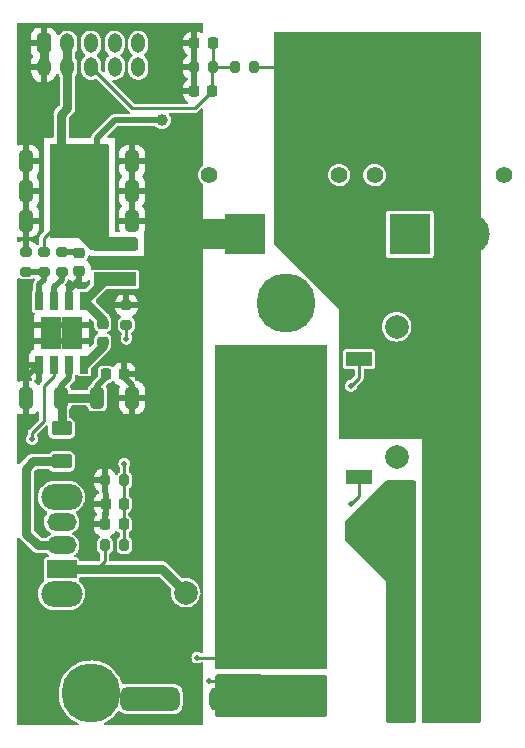
<source format=gbr>
G04 #@! TF.GenerationSoftware,KiCad,Pcbnew,(6.0.5)*
G04 #@! TF.CreationDate,2022-07-13T00:10:43+09:00*
G04 #@! TF.ProjectId,ORION_power_v1,4f52494f-4e5f-4706-9f77-65725f76312e,rev?*
G04 #@! TF.SameCoordinates,Original*
G04 #@! TF.FileFunction,Copper,L2,Bot*
G04 #@! TF.FilePolarity,Positive*
%FSLAX46Y46*%
G04 Gerber Fmt 4.6, Leading zero omitted, Abs format (unit mm)*
G04 Created by KiCad (PCBNEW (6.0.5)) date 2022-07-13 00:10:43*
%MOMM*%
%LPD*%
G01*
G04 APERTURE LIST*
G04 Aperture macros list*
%AMRoundRect*
0 Rectangle with rounded corners*
0 $1 Rounding radius*
0 $2 $3 $4 $5 $6 $7 $8 $9 X,Y pos of 4 corners*
0 Add a 4 corners polygon primitive as box body*
4,1,4,$2,$3,$4,$5,$6,$7,$8,$9,$2,$3,0*
0 Add four circle primitives for the rounded corners*
1,1,$1+$1,$2,$3*
1,1,$1+$1,$4,$5*
1,1,$1+$1,$6,$7*
1,1,$1+$1,$8,$9*
0 Add four rect primitives between the rounded corners*
20,1,$1+$1,$2,$3,$4,$5,0*
20,1,$1+$1,$4,$5,$6,$7,0*
20,1,$1+$1,$6,$7,$8,$9,0*
20,1,$1+$1,$8,$9,$2,$3,0*%
G04 Aperture macros list end*
G04 #@! TA.AperFunction,ComponentPad*
%ADD10C,5.000000*%
G04 #@! TD*
G04 #@! TA.AperFunction,ComponentPad*
%ADD11RoundRect,0.250000X-0.350000X-0.575000X0.350000X-0.575000X0.350000X0.575000X-0.350000X0.575000X0*%
G04 #@! TD*
G04 #@! TA.AperFunction,ComponentPad*
%ADD12O,1.200000X1.650000*%
G04 #@! TD*
G04 #@! TA.AperFunction,ComponentPad*
%ADD13C,1.400000*%
G04 #@! TD*
G04 #@! TA.AperFunction,ComponentPad*
%ADD14R,3.500000X3.500000*%
G04 #@! TD*
G04 #@! TA.AperFunction,ComponentPad*
%ADD15C,3.500000*%
G04 #@! TD*
G04 #@! TA.AperFunction,ComponentPad*
%ADD16R,2.000000X2.000000*%
G04 #@! TD*
G04 #@! TA.AperFunction,ComponentPad*
%ADD17C,2.000000*%
G04 #@! TD*
G04 #@! TA.AperFunction,ComponentPad*
%ADD18O,3.500000X2.200000*%
G04 #@! TD*
G04 #@! TA.AperFunction,ComponentPad*
%ADD19R,2.500000X1.500000*%
G04 #@! TD*
G04 #@! TA.AperFunction,ComponentPad*
%ADD20O,2.500000X1.500000*%
G04 #@! TD*
G04 #@! TA.AperFunction,SMDPad,CuDef*
%ADD21RoundRect,0.200000X-0.275000X0.200000X-0.275000X-0.200000X0.275000X-0.200000X0.275000X0.200000X0*%
G04 #@! TD*
G04 #@! TA.AperFunction,SMDPad,CuDef*
%ADD22RoundRect,0.225000X0.250000X-0.225000X0.250000X0.225000X-0.250000X0.225000X-0.250000X-0.225000X0*%
G04 #@! TD*
G04 #@! TA.AperFunction,SMDPad,CuDef*
%ADD23RoundRect,0.250000X0.362500X1.075000X-0.362500X1.075000X-0.362500X-1.075000X0.362500X-1.075000X0*%
G04 #@! TD*
G04 #@! TA.AperFunction,SMDPad,CuDef*
%ADD24RoundRect,0.225000X-0.225000X-0.250000X0.225000X-0.250000X0.225000X0.250000X-0.225000X0.250000X0*%
G04 #@! TD*
G04 #@! TA.AperFunction,SMDPad,CuDef*
%ADD25RoundRect,0.225000X-0.250000X0.225000X-0.250000X-0.225000X0.250000X-0.225000X0.250000X0.225000X0*%
G04 #@! TD*
G04 #@! TA.AperFunction,SMDPad,CuDef*
%ADD26RoundRect,0.250000X0.325000X0.650000X-0.325000X0.650000X-0.325000X-0.650000X0.325000X-0.650000X0*%
G04 #@! TD*
G04 #@! TA.AperFunction,SMDPad,CuDef*
%ADD27RoundRect,0.250000X-0.625000X0.375000X-0.625000X-0.375000X0.625000X-0.375000X0.625000X0.375000X0*%
G04 #@! TD*
G04 #@! TA.AperFunction,SMDPad,CuDef*
%ADD28RoundRect,0.218750X0.218750X0.256250X-0.218750X0.256250X-0.218750X-0.256250X0.218750X-0.256250X0*%
G04 #@! TD*
G04 #@! TA.AperFunction,SMDPad,CuDef*
%ADD29R,3.600000X1.150000*%
G04 #@! TD*
G04 #@! TA.AperFunction,ComponentPad*
%ADD30RoundRect,0.500000X2.000000X0.500000X-2.000000X0.500000X-2.000000X-0.500000X2.000000X-0.500000X0*%
G04 #@! TD*
G04 #@! TA.AperFunction,SMDPad,CuDef*
%ADD31RoundRect,0.200000X0.200000X0.275000X-0.200000X0.275000X-0.200000X-0.275000X0.200000X-0.275000X0*%
G04 #@! TD*
G04 #@! TA.AperFunction,SMDPad,CuDef*
%ADD32RoundRect,0.250000X-0.325000X-0.650000X0.325000X-0.650000X0.325000X0.650000X-0.325000X0.650000X0*%
G04 #@! TD*
G04 #@! TA.AperFunction,SMDPad,CuDef*
%ADD33RoundRect,0.250000X-1.775000X0.262500X-1.775000X-0.262500X1.775000X-0.262500X1.775000X0.262500X0*%
G04 #@! TD*
G04 #@! TA.AperFunction,SMDPad,CuDef*
%ADD34R,0.650000X1.500000*%
G04 #@! TD*
G04 #@! TA.AperFunction,SMDPad,CuDef*
%ADD35R,1.800000X1.350000*%
G04 #@! TD*
G04 #@! TA.AperFunction,SMDPad,CuDef*
%ADD36R,2.200000X1.200000*%
G04 #@! TD*
G04 #@! TA.AperFunction,SMDPad,CuDef*
%ADD37R,6.400000X5.800000*%
G04 #@! TD*
G04 #@! TA.AperFunction,SMDPad,CuDef*
%ADD38RoundRect,0.200000X-0.200000X-0.275000X0.200000X-0.275000X0.200000X0.275000X-0.200000X0.275000X0*%
G04 #@! TD*
G04 #@! TA.AperFunction,SMDPad,CuDef*
%ADD39RoundRect,0.225000X0.225000X0.250000X-0.225000X0.250000X-0.225000X-0.250000X0.225000X-0.250000X0*%
G04 #@! TD*
G04 #@! TA.AperFunction,ViaPad*
%ADD40C,1.000000*%
G04 #@! TD*
G04 #@! TA.AperFunction,ViaPad*
%ADD41C,0.500000*%
G04 #@! TD*
G04 #@! TA.AperFunction,ViaPad*
%ADD42C,2.000000*%
G04 #@! TD*
G04 #@! TA.AperFunction,Conductor*
%ADD43C,0.500000*%
G04 #@! TD*
G04 #@! TA.AperFunction,Conductor*
%ADD44C,0.800000*%
G04 #@! TD*
G04 #@! TA.AperFunction,Conductor*
%ADD45C,0.250000*%
G04 #@! TD*
G04 #@! TA.AperFunction,Conductor*
%ADD46C,2.500000*%
G04 #@! TD*
G04 APERTURE END LIST*
D10*
X51500000Y-92000000D03*
D11*
X47500000Y-37000000D03*
D12*
X47500000Y-39000000D03*
X49500000Y-37000000D03*
X49500000Y-39000000D03*
X51500000Y-37000000D03*
X51500000Y-39000000D03*
X53500000Y-37000000D03*
X53500000Y-39000000D03*
X55500000Y-37000000D03*
X55500000Y-39000000D03*
D13*
X72500000Y-48150000D03*
X61500000Y-48150000D03*
D14*
X64500000Y-53150000D03*
D15*
X69500000Y-53150000D03*
D10*
X68000000Y-59000000D03*
D16*
X82367677Y-72000000D03*
D17*
X77367677Y-72000000D03*
D13*
X75500000Y-48150000D03*
X86500000Y-48150000D03*
D14*
X78500000Y-53150000D03*
D15*
X83500000Y-53150000D03*
D16*
X82367677Y-61000000D03*
D17*
X77367677Y-61000000D03*
D18*
X49000000Y-83600000D03*
X49000000Y-75400000D03*
D19*
X49000000Y-81500000D03*
D20*
X49000000Y-79500000D03*
X49000000Y-77500000D03*
D21*
X46000000Y-54675000D03*
X46000000Y-56325000D03*
D22*
X50500000Y-56275000D03*
X50500000Y-54725000D03*
D23*
X82312500Y-79000000D03*
X77687500Y-79000000D03*
D24*
X52725000Y-76000000D03*
X54275000Y-76000000D03*
D23*
X82312500Y-89500000D03*
X77687500Y-89500000D03*
D21*
X54500000Y-59175000D03*
X54500000Y-60825000D03*
D23*
X82312500Y-75500000D03*
X77687500Y-75500000D03*
D25*
X52500000Y-60725000D03*
X52500000Y-62275000D03*
D26*
X54975000Y-47000000D03*
X52025000Y-47000000D03*
D27*
X49000000Y-69600000D03*
X49000000Y-72400000D03*
D28*
X54247500Y-77720000D03*
X52672500Y-77720000D03*
D26*
X54975000Y-67000000D03*
X52025000Y-67000000D03*
D29*
X53500000Y-56975000D03*
X53500000Y-54025000D03*
D23*
X82312500Y-93000000D03*
X77687500Y-93000000D03*
D30*
X64000000Y-92500000D03*
X56500000Y-92500000D03*
D21*
X49000000Y-54675000D03*
X49000000Y-56325000D03*
D31*
X65325000Y-39000000D03*
X63675000Y-39000000D03*
D32*
X46025000Y-49500000D03*
X48975000Y-49500000D03*
D28*
X61787500Y-37000000D03*
X60212500Y-37000000D03*
D33*
X64000000Y-89062500D03*
X64000000Y-90937500D03*
D31*
X54325000Y-74000000D03*
X52675000Y-74000000D03*
D21*
X47500000Y-54675000D03*
X47500000Y-56325000D03*
D32*
X46025000Y-47000000D03*
X48975000Y-47000000D03*
X46025000Y-52000000D03*
X48975000Y-52000000D03*
D26*
X54975000Y-52000000D03*
X52025000Y-52000000D03*
D34*
X50905000Y-64200000D03*
X49635000Y-64200000D03*
X48365000Y-64200000D03*
X47095000Y-64200000D03*
X47095000Y-58800000D03*
X48365000Y-58800000D03*
X49635000Y-58800000D03*
X50905000Y-58800000D03*
D35*
X49900000Y-60825000D03*
X48100000Y-62175000D03*
X49900000Y-62175000D03*
X48100000Y-60825000D03*
D24*
X60225000Y-41000000D03*
X61775000Y-41000000D03*
D23*
X82312500Y-86000000D03*
X77687500Y-86000000D03*
D36*
X74200000Y-73720000D03*
D37*
X67900000Y-76000000D03*
D36*
X74200000Y-78280000D03*
D38*
X52675000Y-79500000D03*
X54325000Y-79500000D03*
D23*
X82312500Y-82500000D03*
X77687500Y-82500000D03*
D31*
X61825000Y-39000000D03*
X60175000Y-39000000D03*
D36*
X74200000Y-63720000D03*
D37*
X67900000Y-66000000D03*
D36*
X74200000Y-68280000D03*
D26*
X54975000Y-49500000D03*
X52025000Y-49500000D03*
X48975000Y-67000000D03*
X46025000Y-67000000D03*
D39*
X54300000Y-65000000D03*
X52750000Y-65000000D03*
D40*
X57500000Y-43500000D03*
D41*
X46000000Y-47500000D03*
X57000000Y-83000000D03*
X46000000Y-45500000D03*
X46000000Y-46500000D03*
X55000000Y-49500000D03*
X46000000Y-49500000D03*
X55000000Y-47500000D03*
X46000000Y-50500000D03*
X46000000Y-64500000D03*
X49500000Y-62500000D03*
X48500000Y-61500000D03*
X50000000Y-57500000D03*
X49500000Y-61500000D03*
X55000000Y-48500000D03*
X46000000Y-48500000D03*
X53500000Y-68500000D03*
X48500000Y-62500000D03*
X50500000Y-61500000D03*
X52000000Y-84500000D03*
X49500000Y-60500000D03*
X55000000Y-50500000D03*
X46000000Y-51500000D03*
X46000000Y-52500000D03*
X50500000Y-56275000D03*
X50500000Y-62500000D03*
X55000000Y-52000000D03*
X46000000Y-53500000D03*
X47500000Y-61500000D03*
X47500000Y-62500000D03*
X55000000Y-46500000D03*
X47500000Y-60500000D03*
X46000000Y-63500000D03*
X53500000Y-66500000D03*
X50500000Y-60500000D03*
X60000000Y-77000000D03*
X46000000Y-68500000D03*
X46000000Y-69500000D03*
X48500000Y-60500000D03*
X55000000Y-45500000D03*
X60000000Y-68000000D03*
X53500000Y-67500000D03*
X54325000Y-72575000D03*
X73500000Y-76000000D03*
D42*
X59500000Y-83500000D03*
D41*
X61500000Y-91000000D03*
X71000000Y-73000000D03*
X71000000Y-63000000D03*
X60500000Y-89000000D03*
X73500000Y-66000000D03*
X54500000Y-62000000D03*
X46500000Y-70500000D03*
D43*
X52000000Y-46975000D02*
X52025000Y-47000000D01*
D44*
X49500000Y-39000000D02*
X49500000Y-42500000D01*
D43*
X52000000Y-45000000D02*
X52000000Y-46975000D01*
D44*
X49500000Y-42500000D02*
X48975000Y-43025000D01*
D43*
X57500000Y-43500000D02*
X53500000Y-43500000D01*
D45*
X47500000Y-53475000D02*
X48975000Y-52000000D01*
D44*
X49500000Y-37000000D02*
X49500000Y-39000000D01*
D43*
X53500000Y-43500000D02*
X52000000Y-45000000D01*
D44*
X48975000Y-43025000D02*
X48975000Y-47000000D01*
D45*
X47500000Y-54675000D02*
X47500000Y-53475000D01*
X52675000Y-75950000D02*
X52725000Y-76000000D01*
D43*
X50500000Y-57000000D02*
X50500000Y-56275000D01*
D45*
X52675000Y-74000000D02*
X52675000Y-75950000D01*
D46*
X60150000Y-53150000D02*
X59000000Y-52000000D01*
D45*
X52725000Y-76000000D02*
X52725000Y-77667500D01*
X52725000Y-77667500D02*
X52672500Y-77720000D01*
X54975000Y-67000000D02*
X59000000Y-67000000D01*
D44*
X47500000Y-37000000D02*
X47500000Y-39000000D01*
D43*
X50000000Y-57500000D02*
X50500000Y-57000000D01*
D45*
X52000000Y-84500000D02*
X55500000Y-84500000D01*
D43*
X54975000Y-67000000D02*
X54975000Y-65925000D01*
D45*
X59000000Y-67000000D02*
X60000000Y-68000000D01*
X60175000Y-39000000D02*
X60175000Y-40950000D01*
D46*
X64500000Y-53150000D02*
X60150000Y-53150000D01*
D43*
X46025000Y-67000000D02*
X46025000Y-65270000D01*
X49635000Y-57865000D02*
X50000000Y-57500000D01*
D45*
X55500000Y-84500000D02*
X57000000Y-83000000D01*
X60175000Y-40950000D02*
X60225000Y-41000000D01*
X60212500Y-38962500D02*
X60175000Y-39000000D01*
D43*
X49635000Y-58800000D02*
X49635000Y-57865000D01*
X46025000Y-65270000D02*
X47095000Y-64200000D01*
D45*
X60000000Y-77000000D02*
X60000000Y-68000000D01*
D43*
X54975000Y-65925000D02*
X54300000Y-65250000D01*
D45*
X60212500Y-37000000D02*
X60212500Y-38962500D01*
X54325000Y-77797500D02*
X54247500Y-77720000D01*
X54325000Y-74000000D02*
X54325000Y-75950000D01*
X54325000Y-79500000D02*
X54325000Y-77797500D01*
X54275000Y-76000000D02*
X54275000Y-77692500D01*
X54325000Y-75950000D02*
X54275000Y-76000000D01*
X54275000Y-77692500D02*
X54247500Y-77720000D01*
X54325000Y-74000000D02*
X54325000Y-72575000D01*
X69500000Y-40000000D02*
X69500000Y-53150000D01*
X65325000Y-39000000D02*
X68500000Y-39000000D01*
X68500000Y-39000000D02*
X69500000Y-40000000D01*
D43*
X49000000Y-54675000D02*
X50450000Y-54675000D01*
X50450000Y-54675000D02*
X50500000Y-54725000D01*
D44*
X49000000Y-67025000D02*
X48975000Y-67000000D01*
D43*
X48975000Y-66025000D02*
X48975000Y-67000000D01*
D44*
X49000000Y-69600000D02*
X49000000Y-67025000D01*
D43*
X49635000Y-65365000D02*
X48975000Y-66025000D01*
X52025000Y-65975000D02*
X52750000Y-65250000D01*
D44*
X48975000Y-67000000D02*
X52025000Y-67000000D01*
D43*
X52025000Y-67000000D02*
X52025000Y-65975000D01*
X49635000Y-64200000D02*
X49635000Y-65365000D01*
D44*
X52730000Y-56975000D02*
X50905000Y-58800000D01*
X52500000Y-60395000D02*
X50905000Y-58800000D01*
X53500000Y-56975000D02*
X52730000Y-56975000D01*
X52500000Y-60725000D02*
X52500000Y-60395000D01*
X52500000Y-62275000D02*
X52500000Y-62605000D01*
X52500000Y-62605000D02*
X50905000Y-64200000D01*
D45*
X74200000Y-73720000D02*
X74200000Y-75300000D01*
X74200000Y-75300000D02*
X73500000Y-76000000D01*
X55000000Y-42500000D02*
X51500000Y-39000000D01*
X61787500Y-38962500D02*
X61825000Y-39000000D01*
X63675000Y-39000000D02*
X61825000Y-39000000D01*
X61775000Y-41000000D02*
X61775000Y-39050000D01*
X61787500Y-37000000D02*
X61787500Y-38962500D01*
X60275000Y-42500000D02*
X55000000Y-42500000D01*
X61775000Y-39050000D02*
X61825000Y-39000000D01*
X61775000Y-41000000D02*
X60275000Y-42500000D01*
D44*
X52000000Y-81500000D02*
X57500000Y-81500000D01*
D45*
X63937500Y-91000000D02*
X64000000Y-90937500D01*
X52675000Y-80825000D02*
X52675000Y-79500000D01*
D44*
X57500000Y-81500000D02*
X59500000Y-83500000D01*
D45*
X61500000Y-91000000D02*
X63937500Y-91000000D01*
X52000000Y-81500000D02*
X52675000Y-80825000D01*
D44*
X49000000Y-81500000D02*
X52000000Y-81500000D01*
D45*
X71000000Y-73000000D02*
X68000000Y-76000000D01*
X63937500Y-89000000D02*
X64000000Y-89062500D01*
X60500000Y-89000000D02*
X63937500Y-89000000D01*
X68000000Y-76000000D02*
X67900000Y-76000000D01*
D43*
X47500000Y-57000000D02*
X47500000Y-56325000D01*
X47095000Y-58800000D02*
X47095000Y-57405000D01*
X46000000Y-56325000D02*
X47500000Y-56325000D01*
X47095000Y-57405000D02*
X47500000Y-57000000D01*
D45*
X74200000Y-65300000D02*
X73500000Y-66000000D01*
X74200000Y-63720000D02*
X74200000Y-65300000D01*
X47500000Y-69000000D02*
X46500000Y-70000000D01*
X46500000Y-70000000D02*
X46500000Y-70500000D01*
X48365000Y-65135000D02*
X47500000Y-66000000D01*
X48365000Y-64200000D02*
X48365000Y-65135000D01*
X54500000Y-62000000D02*
X54500000Y-60825000D01*
X47500000Y-66000000D02*
X47500000Y-69000000D01*
D43*
X49000000Y-57000000D02*
X49000000Y-56325000D01*
X48365000Y-58800000D02*
X48365000Y-57635000D01*
X48365000Y-57635000D02*
X49000000Y-57000000D01*
D44*
X47000000Y-79500000D02*
X46000000Y-78500000D01*
X46000000Y-78500000D02*
X46000000Y-73000000D01*
X46600000Y-72400000D02*
X49000000Y-72400000D01*
X49000000Y-79500000D02*
X47000000Y-79500000D01*
X46000000Y-73000000D02*
X46600000Y-72400000D01*
G04 #@! TA.AperFunction,Conductor*
G36*
X84442121Y-36020002D02*
G01*
X84488614Y-36073658D01*
X84500000Y-36126000D01*
X84500000Y-94374000D01*
X84479998Y-94442121D01*
X84426342Y-94488614D01*
X84374000Y-94500000D01*
X79626000Y-94500000D01*
X79557879Y-94479998D01*
X79511386Y-94426342D01*
X79500000Y-94374000D01*
X79500000Y-70500000D01*
X72626000Y-70500000D01*
X72557879Y-70479998D01*
X72511386Y-70426342D01*
X72500000Y-70374000D01*
X72500000Y-64344674D01*
X72849500Y-64344674D01*
X72864034Y-64417740D01*
X72919399Y-64500601D01*
X73002260Y-64555966D01*
X73075326Y-64570500D01*
X73698500Y-64570500D01*
X73766621Y-64590502D01*
X73813114Y-64644158D01*
X73824500Y-64696500D01*
X73824500Y-65092273D01*
X73804498Y-65160394D01*
X73787595Y-65181368D01*
X73504548Y-65464415D01*
X73442236Y-65498441D01*
X73438650Y-65499075D01*
X73431376Y-65499031D01*
X73293529Y-65538428D01*
X73172280Y-65614930D01*
X73077377Y-65722388D01*
X73016447Y-65852163D01*
X72994391Y-65993823D01*
X73012980Y-66135979D01*
X73070720Y-66267203D01*
X73076497Y-66274076D01*
X73076498Y-66274077D01*
X73083792Y-66282754D01*
X73162970Y-66376948D01*
X73282313Y-66456390D01*
X73419157Y-66499142D01*
X73428129Y-66499306D01*
X73428132Y-66499307D01*
X73493463Y-66500504D01*
X73562499Y-66501770D01*
X73571533Y-66499307D01*
X73692158Y-66466421D01*
X73692160Y-66466420D01*
X73700817Y-66464060D01*
X73822991Y-66389045D01*
X73919200Y-66282754D01*
X73981710Y-66153733D01*
X73996148Y-66067919D01*
X74031307Y-65999730D01*
X74427689Y-65603348D01*
X74445920Y-65588623D01*
X74447460Y-65587222D01*
X74456210Y-65581572D01*
X74476736Y-65555535D01*
X74480617Y-65551168D01*
X74480539Y-65551102D01*
X74483893Y-65547144D01*
X74487575Y-65543462D01*
X74491173Y-65538428D01*
X74494044Y-65534409D01*
X74498661Y-65527948D01*
X74502217Y-65523212D01*
X74520395Y-65500154D01*
X74533603Y-65483400D01*
X74536605Y-65474851D01*
X74541872Y-65467481D01*
X74556394Y-65418922D01*
X74558227Y-65413281D01*
X74572395Y-65372936D01*
X74572395Y-65372935D01*
X74575023Y-65365452D01*
X74575500Y-65359945D01*
X74575500Y-65357238D01*
X74575611Y-65354666D01*
X74575659Y-65354506D01*
X74575803Y-65354512D01*
X74575842Y-65353894D01*
X74577690Y-65347714D01*
X74575597Y-65294445D01*
X74575500Y-65289499D01*
X74575500Y-64696500D01*
X74595502Y-64628379D01*
X74649158Y-64581886D01*
X74701500Y-64570500D01*
X75324674Y-64570500D01*
X75397740Y-64555966D01*
X75480601Y-64500601D01*
X75535966Y-64417740D01*
X75550500Y-64344674D01*
X75550500Y-63095326D01*
X75535966Y-63022260D01*
X75480601Y-62939399D01*
X75397740Y-62884034D01*
X75324674Y-62869500D01*
X73075326Y-62869500D01*
X73002260Y-62884034D01*
X72919399Y-62939399D01*
X72864034Y-63022260D01*
X72849500Y-63095326D01*
X72849500Y-64344674D01*
X72500000Y-64344674D01*
X72500000Y-61000000D01*
X76112400Y-61000000D01*
X76131470Y-61217977D01*
X76188102Y-61429330D01*
X76190424Y-61434310D01*
X76190425Y-61434312D01*
X76264247Y-61592622D01*
X76280575Y-61627638D01*
X76406079Y-61806877D01*
X76560800Y-61961598D01*
X76565308Y-61964755D01*
X76565311Y-61964757D01*
X76735529Y-62083945D01*
X76740038Y-62087102D01*
X76745020Y-62089425D01*
X76745025Y-62089428D01*
X76933365Y-62177252D01*
X76938347Y-62179575D01*
X76943655Y-62180997D01*
X76943657Y-62180998D01*
X77009422Y-62198620D01*
X77149700Y-62236207D01*
X77367677Y-62255277D01*
X77585654Y-62236207D01*
X77725932Y-62198620D01*
X77791697Y-62180998D01*
X77791699Y-62180997D01*
X77797007Y-62179575D01*
X77801989Y-62177252D01*
X77990329Y-62089428D01*
X77990334Y-62089425D01*
X77995316Y-62087102D01*
X77999825Y-62083945D01*
X78170043Y-61964757D01*
X78170046Y-61964755D01*
X78174554Y-61961598D01*
X78329275Y-61806877D01*
X78454779Y-61627638D01*
X78471108Y-61592622D01*
X78544929Y-61434312D01*
X78544930Y-61434310D01*
X78547252Y-61429330D01*
X78603884Y-61217977D01*
X78622954Y-61000000D01*
X78603884Y-60782023D01*
X78547252Y-60570670D01*
X78454779Y-60372362D01*
X78329275Y-60193123D01*
X78174554Y-60038402D01*
X78170046Y-60035245D01*
X78170043Y-60035243D01*
X77999825Y-59916055D01*
X77999822Y-59916053D01*
X77995316Y-59912898D01*
X77990334Y-59910575D01*
X77990329Y-59910572D01*
X77801989Y-59822748D01*
X77801988Y-59822747D01*
X77797007Y-59820425D01*
X77791699Y-59819003D01*
X77791697Y-59819002D01*
X77725932Y-59801380D01*
X77585654Y-59763793D01*
X77367677Y-59744723D01*
X77149700Y-59763793D01*
X77009422Y-59801380D01*
X76943657Y-59819002D01*
X76943655Y-59819003D01*
X76938347Y-59820425D01*
X76933367Y-59822747D01*
X76933365Y-59822748D01*
X76745020Y-59910575D01*
X76745017Y-59910577D01*
X76740039Y-59912898D01*
X76560800Y-60038402D01*
X76406079Y-60193123D01*
X76280575Y-60372362D01*
X76188102Y-60570670D01*
X76131470Y-60782023D01*
X76112400Y-61000000D01*
X72500000Y-61000000D01*
X72500000Y-59500000D01*
X67924674Y-54924674D01*
X76499500Y-54924674D01*
X76514034Y-54997740D01*
X76569399Y-55080601D01*
X76652260Y-55135966D01*
X76725326Y-55150500D01*
X80274674Y-55150500D01*
X80347740Y-55135966D01*
X80430601Y-55080601D01*
X80485966Y-54997740D01*
X80500500Y-54924674D01*
X80500500Y-51375326D01*
X80485966Y-51302260D01*
X80430601Y-51219399D01*
X80347740Y-51164034D01*
X80274674Y-51149500D01*
X76725326Y-51149500D01*
X76652260Y-51164034D01*
X76569399Y-51219399D01*
X76514034Y-51302260D01*
X76499500Y-51375326D01*
X76499500Y-54924674D01*
X67924674Y-54924674D01*
X67036905Y-54036905D01*
X67002879Y-53974593D01*
X67000000Y-53947810D01*
X67000000Y-48136665D01*
X71544994Y-48136665D01*
X71560592Y-48322414D01*
X71611971Y-48501595D01*
X71697176Y-48667385D01*
X71812959Y-48813468D01*
X71954912Y-48934279D01*
X72117627Y-49025217D01*
X72294907Y-49082819D01*
X72479998Y-49104890D01*
X72486133Y-49104418D01*
X72486135Y-49104418D01*
X72659710Y-49091062D01*
X72659715Y-49091061D01*
X72665851Y-49090589D01*
X72671781Y-49088933D01*
X72671783Y-49088933D01*
X72839459Y-49042117D01*
X72839458Y-49042117D01*
X72845387Y-49040462D01*
X73011768Y-48956417D01*
X73036255Y-48937286D01*
X73153794Y-48845454D01*
X73153795Y-48845453D01*
X73158655Y-48841656D01*
X73280454Y-48700550D01*
X73372526Y-48538474D01*
X73431364Y-48361601D01*
X73454727Y-48176668D01*
X73455099Y-48150000D01*
X73453791Y-48136665D01*
X74544994Y-48136665D01*
X74560592Y-48322414D01*
X74611971Y-48501595D01*
X74697176Y-48667385D01*
X74812959Y-48813468D01*
X74954912Y-48934279D01*
X75117627Y-49025217D01*
X75294907Y-49082819D01*
X75479998Y-49104890D01*
X75486133Y-49104418D01*
X75486135Y-49104418D01*
X75659710Y-49091062D01*
X75659715Y-49091061D01*
X75665851Y-49090589D01*
X75671781Y-49088933D01*
X75671783Y-49088933D01*
X75839459Y-49042117D01*
X75839458Y-49042117D01*
X75845387Y-49040462D01*
X76011768Y-48956417D01*
X76036255Y-48937286D01*
X76153794Y-48845454D01*
X76153795Y-48845453D01*
X76158655Y-48841656D01*
X76280454Y-48700550D01*
X76372526Y-48538474D01*
X76431364Y-48361601D01*
X76454727Y-48176668D01*
X76455099Y-48150000D01*
X76436909Y-47964487D01*
X76435128Y-47958588D01*
X76435127Y-47958583D01*
X76384814Y-47791939D01*
X76383033Y-47786040D01*
X76295522Y-47621456D01*
X76291632Y-47616686D01*
X76291629Y-47616682D01*
X76181605Y-47481780D01*
X76181602Y-47481777D01*
X76177710Y-47477005D01*
X76172056Y-47472327D01*
X76038834Y-47362116D01*
X76034085Y-47358187D01*
X75870116Y-47269529D01*
X75781083Y-47241969D01*
X75697936Y-47216231D01*
X75697933Y-47216230D01*
X75692049Y-47214409D01*
X75685924Y-47213765D01*
X75685923Y-47213765D01*
X75512796Y-47195568D01*
X75512795Y-47195568D01*
X75506668Y-47194924D01*
X75428549Y-47202033D01*
X75327171Y-47211259D01*
X75327168Y-47211260D01*
X75321032Y-47211818D01*
X75315122Y-47213557D01*
X75315119Y-47213558D01*
X75148129Y-47262707D01*
X75142214Y-47264448D01*
X74977023Y-47350807D01*
X74831752Y-47467608D01*
X74711935Y-47610401D01*
X74708971Y-47615793D01*
X74708968Y-47615797D01*
X74634256Y-47751699D01*
X74622135Y-47773746D01*
X74565772Y-47951424D01*
X74544994Y-48136665D01*
X73453791Y-48136665D01*
X73436909Y-47964487D01*
X73435128Y-47958588D01*
X73435127Y-47958583D01*
X73384814Y-47791939D01*
X73383033Y-47786040D01*
X73295522Y-47621456D01*
X73291632Y-47616686D01*
X73291629Y-47616682D01*
X73181605Y-47481780D01*
X73181602Y-47481777D01*
X73177710Y-47477005D01*
X73172056Y-47472327D01*
X73038834Y-47362116D01*
X73034085Y-47358187D01*
X72870116Y-47269529D01*
X72781083Y-47241969D01*
X72697936Y-47216231D01*
X72697933Y-47216230D01*
X72692049Y-47214409D01*
X72685924Y-47213765D01*
X72685923Y-47213765D01*
X72512796Y-47195568D01*
X72512795Y-47195568D01*
X72506668Y-47194924D01*
X72428549Y-47202033D01*
X72327171Y-47211259D01*
X72327168Y-47211260D01*
X72321032Y-47211818D01*
X72315122Y-47213557D01*
X72315119Y-47213558D01*
X72148129Y-47262707D01*
X72142214Y-47264448D01*
X71977023Y-47350807D01*
X71831752Y-47467608D01*
X71711935Y-47610401D01*
X71708971Y-47615793D01*
X71708968Y-47615797D01*
X71634256Y-47751699D01*
X71622135Y-47773746D01*
X71565772Y-47951424D01*
X71544994Y-48136665D01*
X67000000Y-48136665D01*
X67000000Y-36126000D01*
X67020002Y-36057879D01*
X67073658Y-36011386D01*
X67126000Y-36000000D01*
X84374000Y-36000000D01*
X84442121Y-36020002D01*
G37*
G04 #@! TD.AperFunction*
G04 #@! TA.AperFunction,Conductor*
G36*
X78942121Y-74020002D02*
G01*
X78988614Y-74073658D01*
X79000000Y-74126000D01*
X79000000Y-94374000D01*
X78979998Y-94442121D01*
X78926342Y-94488614D01*
X78874000Y-94500000D01*
X76626000Y-94500000D01*
X76557879Y-94479998D01*
X76511386Y-94426342D01*
X76500000Y-94374000D01*
X76500000Y-82500000D01*
X73036905Y-79036905D01*
X73002879Y-78974593D01*
X73000000Y-78947810D01*
X73000000Y-77552190D01*
X73020002Y-77484069D01*
X73036905Y-77463095D01*
X76463095Y-74036905D01*
X76525407Y-74002879D01*
X76552190Y-74000000D01*
X78874000Y-74000000D01*
X78942121Y-74020002D01*
G37*
G04 #@! TD.AperFunction*
G04 #@! TA.AperFunction,Conductor*
G36*
X52942121Y-45520002D02*
G01*
X52988614Y-45573658D01*
X53000000Y-45626000D01*
X53000000Y-53500000D01*
X55374000Y-53500000D01*
X55442121Y-53520002D01*
X55488614Y-53573658D01*
X55500000Y-53626000D01*
X55500000Y-54374000D01*
X55479998Y-54442121D01*
X55426342Y-54488614D01*
X55374000Y-54500000D01*
X51552190Y-54500000D01*
X51484069Y-54479998D01*
X51463095Y-54463095D01*
X50500000Y-53500000D01*
X48126000Y-53500000D01*
X48057879Y-53479998D01*
X48011386Y-53426342D01*
X48000000Y-53374000D01*
X48000000Y-45626000D01*
X48020002Y-45557879D01*
X48073658Y-45511386D01*
X48126000Y-45500000D01*
X52874000Y-45500000D01*
X52942121Y-45520002D01*
G37*
G04 #@! TD.AperFunction*
G04 #@! TA.AperFunction,Conductor*
G36*
X71442121Y-62520002D02*
G01*
X71488614Y-62573658D01*
X71500000Y-62626000D01*
X71500000Y-89874000D01*
X71479998Y-89942121D01*
X71426342Y-89988614D01*
X71374000Y-90000000D01*
X62126000Y-90000000D01*
X62057879Y-89979998D01*
X62011386Y-89926342D01*
X62000000Y-89874000D01*
X62000000Y-62626000D01*
X62020002Y-62557879D01*
X62073658Y-62511386D01*
X62126000Y-62500000D01*
X71374000Y-62500000D01*
X71442121Y-62520002D01*
G37*
G04 #@! TD.AperFunction*
G04 #@! TA.AperFunction,Conductor*
G36*
X71442121Y-90520002D02*
G01*
X71488614Y-90573658D01*
X71500000Y-90626000D01*
X71500000Y-93874000D01*
X71479998Y-93942121D01*
X71426342Y-93988614D01*
X71374000Y-94000000D01*
X62126000Y-94000000D01*
X62057879Y-93979998D01*
X62011386Y-93926342D01*
X62000000Y-93874000D01*
X62000000Y-90626000D01*
X62020002Y-90557879D01*
X62073658Y-90511386D01*
X62126000Y-90500000D01*
X71374000Y-90500000D01*
X71442121Y-90520002D01*
G37*
G04 #@! TD.AperFunction*
G04 #@! TA.AperFunction,Conductor*
G36*
X60918032Y-42492171D02*
G01*
X60974868Y-42534718D01*
X60999679Y-42601238D01*
X61000000Y-42610227D01*
X61000000Y-47271964D01*
X60979998Y-47340085D01*
X60952953Y-47370160D01*
X60831752Y-47467608D01*
X60711935Y-47610401D01*
X60708971Y-47615793D01*
X60708968Y-47615797D01*
X60634256Y-47751699D01*
X60622135Y-47773746D01*
X60620274Y-47779613D01*
X60620273Y-47779615D01*
X60610225Y-47811290D01*
X60565772Y-47951424D01*
X60544994Y-48136665D01*
X60560592Y-48322414D01*
X60562291Y-48328339D01*
X60609350Y-48492454D01*
X60611971Y-48501595D01*
X60697176Y-48667385D01*
X60812959Y-48813468D01*
X60817652Y-48817462D01*
X60817653Y-48817463D01*
X60954912Y-48934279D01*
X60953178Y-48936316D01*
X60990434Y-48982597D01*
X61000000Y-49030755D01*
X61000000Y-83411315D01*
X60979998Y-83479436D01*
X60958814Y-83497792D01*
X60964498Y-83501014D01*
X60997530Y-83563858D01*
X61000000Y-83588685D01*
X61000000Y-88495775D01*
X60979998Y-88563896D01*
X60926342Y-88610389D01*
X60856068Y-88620493D01*
X60805471Y-88601509D01*
X60712095Y-88540985D01*
X60574739Y-88499907D01*
X60565763Y-88499852D01*
X60565762Y-88499852D01*
X60505555Y-88499484D01*
X60431376Y-88499031D01*
X60293529Y-88538428D01*
X60172280Y-88614930D01*
X60077377Y-88722388D01*
X60016447Y-88852163D01*
X60015066Y-88861035D01*
X59998080Y-88970131D01*
X59994391Y-88993823D01*
X60012980Y-89135979D01*
X60070720Y-89267203D01*
X60162970Y-89376948D01*
X60170447Y-89381925D01*
X60238904Y-89427494D01*
X60282313Y-89456390D01*
X60419157Y-89499142D01*
X60428129Y-89499306D01*
X60428132Y-89499307D01*
X60493463Y-89500504D01*
X60562499Y-89501770D01*
X60571533Y-89499307D01*
X60692158Y-89466421D01*
X60692160Y-89466420D01*
X60700817Y-89464060D01*
X60708464Y-89459365D01*
X60708468Y-89459363D01*
X60808072Y-89398206D01*
X60876589Y-89379608D01*
X60944284Y-89401005D01*
X60989665Y-89455605D01*
X61000000Y-89505581D01*
X61000000Y-90948048D01*
X60998500Y-90967432D01*
X60994391Y-90993823D01*
X60995555Y-91002725D01*
X60995555Y-91002728D01*
X60998936Y-91028580D01*
X61000000Y-91044917D01*
X61000000Y-94623500D01*
X60979998Y-94691621D01*
X60926342Y-94738114D01*
X60874000Y-94749500D01*
X52680726Y-94749500D01*
X52612605Y-94729498D01*
X52566112Y-94675842D01*
X52556008Y-94605568D01*
X52585502Y-94540988D01*
X52630987Y-94507733D01*
X52738111Y-94461709D01*
X53024885Y-94295137D01*
X53027911Y-94292853D01*
X53027918Y-94292848D01*
X53286545Y-94097604D01*
X53289572Y-94095319D01*
X53528335Y-93865150D01*
X53737718Y-93607964D01*
X53773048Y-93551969D01*
X53826313Y-93505032D01*
X53896500Y-93494342D01*
X53961325Y-93523296D01*
X53968627Y-93530032D01*
X54031689Y-93592984D01*
X54037919Y-93596824D01*
X54037920Y-93596825D01*
X54055991Y-93607964D01*
X54180666Y-93684814D01*
X54187614Y-93687119D01*
X54187615Y-93687119D01*
X54340241Y-93737744D01*
X54340243Y-93737745D01*
X54346772Y-93739910D01*
X54450134Y-93750500D01*
X58549866Y-93750500D01*
X58553112Y-93750163D01*
X58553116Y-93750163D01*
X58647661Y-93740353D01*
X58647665Y-93740352D01*
X58654519Y-93739641D01*
X58661055Y-93737460D01*
X58661057Y-93737460D01*
X58813581Y-93686574D01*
X58820529Y-93684256D01*
X58969345Y-93592166D01*
X59092984Y-93468311D01*
X59184814Y-93319334D01*
X59206399Y-93254258D01*
X59237744Y-93159759D01*
X59237745Y-93159757D01*
X59239910Y-93153228D01*
X59250500Y-93049866D01*
X59250500Y-91950134D01*
X59239641Y-91845481D01*
X59184256Y-91679471D01*
X59092166Y-91530655D01*
X58968311Y-91407016D01*
X58939157Y-91389045D01*
X58919531Y-91376948D01*
X58819334Y-91315186D01*
X58807073Y-91311119D01*
X58659759Y-91262256D01*
X58659757Y-91262255D01*
X58653228Y-91260090D01*
X58549866Y-91249500D01*
X54450134Y-91249500D01*
X54446888Y-91249837D01*
X54446884Y-91249837D01*
X54352339Y-91259647D01*
X54352335Y-91259648D01*
X54345481Y-91260359D01*
X54338947Y-91262539D01*
X54338942Y-91262540D01*
X54290778Y-91278609D01*
X54219828Y-91281193D01*
X54158744Y-91245009D01*
X54130570Y-91196449D01*
X54078768Y-91029619D01*
X54078765Y-91029612D01*
X54077641Y-91025991D01*
X53941958Y-90723375D01*
X53770902Y-90439252D01*
X53768575Y-90436268D01*
X53768570Y-90436261D01*
X53569287Y-90180732D01*
X53569285Y-90180730D01*
X53566951Y-90177737D01*
X53333060Y-89942618D01*
X53312227Y-89926194D01*
X53075598Y-89739651D01*
X53072617Y-89737301D01*
X52789393Y-89564760D01*
X52639184Y-89496464D01*
X52490945Y-89429063D01*
X52490937Y-89429060D01*
X52487493Y-89427494D01*
X52171288Y-89327491D01*
X52026802Y-89300321D01*
X51849083Y-89266901D01*
X51849078Y-89266900D01*
X51845359Y-89266201D01*
X51514428Y-89244511D01*
X51510648Y-89244719D01*
X51510647Y-89244719D01*
X51412888Y-89250099D01*
X51183288Y-89262735D01*
X51179561Y-89263396D01*
X51179557Y-89263396D01*
X50968469Y-89300806D01*
X50856735Y-89320608D01*
X50853110Y-89321713D01*
X50853105Y-89321714D01*
X50632187Y-89389045D01*
X50539500Y-89417294D01*
X50236179Y-89551391D01*
X50125907Y-89616996D01*
X49954424Y-89719017D01*
X49954418Y-89719021D01*
X49951164Y-89720957D01*
X49688585Y-89923536D01*
X49452244Y-90156193D01*
X49245566Y-90415558D01*
X49071545Y-90697874D01*
X49069956Y-90701321D01*
X48934287Y-90995607D01*
X48934283Y-90995617D01*
X48932700Y-90999051D01*
X48931541Y-91002651D01*
X48931538Y-91002658D01*
X48832205Y-91311119D01*
X48831043Y-91314728D01*
X48830324Y-91318444D01*
X48830322Y-91318452D01*
X48768766Y-91636613D01*
X48768765Y-91636622D01*
X48768047Y-91640332D01*
X48767780Y-91644108D01*
X48767779Y-91644113D01*
X48745880Y-91953400D01*
X48744624Y-91971145D01*
X48761114Y-92302376D01*
X48817277Y-92629227D01*
X48912300Y-92946964D01*
X49044807Y-93250983D01*
X49046730Y-93254254D01*
X49046732Y-93254258D01*
X49210956Y-93533612D01*
X49210961Y-93533620D01*
X49212879Y-93536882D01*
X49215180Y-93539897D01*
X49411780Y-93797505D01*
X49411785Y-93797510D01*
X49414080Y-93800518D01*
X49645496Y-94038073D01*
X49903775Y-94246107D01*
X50185176Y-94421604D01*
X50270986Y-94461709D01*
X50372924Y-94509352D01*
X50426168Y-94556315D01*
X50445569Y-94624610D01*
X50424968Y-94692552D01*
X50370905Y-94738570D01*
X50319574Y-94749500D01*
X45376500Y-94749500D01*
X45308379Y-94729498D01*
X45261886Y-94675842D01*
X45250500Y-94623500D01*
X45250500Y-78969916D01*
X45270502Y-78901795D01*
X45324158Y-78855302D01*
X45394432Y-78845198D01*
X45459012Y-78874692D01*
X45476058Y-78892688D01*
X45477884Y-78895042D01*
X45481919Y-78901865D01*
X45496812Y-78916758D01*
X45509653Y-78931792D01*
X45522037Y-78948837D01*
X45528145Y-78953890D01*
X45557143Y-78977879D01*
X45565923Y-78985869D01*
X46482752Y-79902698D01*
X46490593Y-79911315D01*
X46494798Y-79917940D01*
X46500577Y-79923367D01*
X46500578Y-79923368D01*
X46545816Y-79965849D01*
X46548658Y-79968604D01*
X46568966Y-79988912D01*
X46572103Y-79991345D01*
X46572372Y-79991554D01*
X46581402Y-79999266D01*
X46614607Y-80030448D01*
X46633070Y-80040599D01*
X46649590Y-80051450D01*
X46666237Y-80064363D01*
X46708046Y-80082455D01*
X46718706Y-80087677D01*
X46746109Y-80102742D01*
X46758632Y-80109627D01*
X46779037Y-80114866D01*
X46797742Y-80121270D01*
X46817074Y-80129636D01*
X46824900Y-80130876D01*
X46824905Y-80130877D01*
X46862076Y-80136765D01*
X46873696Y-80139171D01*
X46910142Y-80148528D01*
X46917823Y-80150500D01*
X46938884Y-80150500D01*
X46958596Y-80152051D01*
X46979405Y-80155347D01*
X46987297Y-80154601D01*
X47024767Y-80151059D01*
X47036625Y-80150500D01*
X47683857Y-80150500D01*
X47751978Y-80170502D01*
X47775406Y-80189927D01*
X47842881Y-80261280D01*
X47848107Y-80264939D01*
X47848109Y-80264941D01*
X47855745Y-80270288D01*
X47900073Y-80325745D01*
X47907381Y-80396365D01*
X47875349Y-80459725D01*
X47814148Y-80495709D01*
X47783473Y-80499500D01*
X47725326Y-80499500D01*
X47652260Y-80514034D01*
X47569399Y-80569399D01*
X47514034Y-80652260D01*
X47499500Y-80725326D01*
X47499500Y-82274674D01*
X47514034Y-82347740D01*
X47520928Y-82358057D01*
X47520928Y-82358058D01*
X47531556Y-82373964D01*
X47552770Y-82441717D01*
X47533986Y-82510184D01*
X47499062Y-82547176D01*
X47478599Y-82561505D01*
X47311505Y-82728599D01*
X47308348Y-82733107D01*
X47308346Y-82733110D01*
X47213995Y-82867857D01*
X47175965Y-82922170D01*
X47173642Y-82927152D01*
X47173639Y-82927157D01*
X47109041Y-83065688D01*
X47076097Y-83136337D01*
X47074675Y-83141645D01*
X47074674Y-83141647D01*
X47037061Y-83282023D01*
X47014937Y-83364592D01*
X46994341Y-83600000D01*
X47014937Y-83835408D01*
X47076097Y-84063663D01*
X47078419Y-84068643D01*
X47078420Y-84068645D01*
X47103607Y-84122657D01*
X47175965Y-84277829D01*
X47311505Y-84471401D01*
X47478599Y-84638495D01*
X47672171Y-84774035D01*
X47677149Y-84776356D01*
X47677152Y-84776358D01*
X47881355Y-84871580D01*
X47886337Y-84873903D01*
X47891645Y-84875325D01*
X47891647Y-84875326D01*
X48109277Y-84933639D01*
X48114592Y-84935063D01*
X48217682Y-84944082D01*
X48288310Y-84950262D01*
X48288317Y-84950262D01*
X48291034Y-84950500D01*
X49708966Y-84950500D01*
X49711683Y-84950262D01*
X49711690Y-84950262D01*
X49782318Y-84944082D01*
X49885408Y-84935063D01*
X49890723Y-84933639D01*
X50108353Y-84875326D01*
X50108355Y-84875325D01*
X50113663Y-84873903D01*
X50118645Y-84871580D01*
X50322848Y-84776358D01*
X50322851Y-84776356D01*
X50327829Y-84774035D01*
X50521401Y-84638495D01*
X50688495Y-84471401D01*
X50691655Y-84466889D01*
X50820878Y-84282339D01*
X50820881Y-84282334D01*
X50824035Y-84277830D01*
X50826358Y-84272848D01*
X50826361Y-84272843D01*
X50921580Y-84068645D01*
X50921581Y-84068644D01*
X50923903Y-84063663D01*
X50985063Y-83835408D01*
X51005659Y-83600000D01*
X50985063Y-83364592D01*
X50962939Y-83282023D01*
X50925326Y-83141647D01*
X50925325Y-83141645D01*
X50923903Y-83136337D01*
X50824035Y-82922171D01*
X50688495Y-82728599D01*
X50521401Y-82561505D01*
X50500938Y-82547177D01*
X50456611Y-82491721D01*
X50449302Y-82421101D01*
X50468444Y-82373964D01*
X50479072Y-82358058D01*
X50479072Y-82358057D01*
X50485966Y-82347740D01*
X50500500Y-82274674D01*
X50500500Y-82268486D01*
X50500927Y-82264151D01*
X50527509Y-82198319D01*
X50585462Y-82157308D01*
X50626320Y-82150500D01*
X57178364Y-82150500D01*
X57246485Y-82170502D01*
X57267459Y-82187405D01*
X58233123Y-83153069D01*
X58267149Y-83215381D01*
X58265819Y-83271230D01*
X58266172Y-83271292D01*
X58265763Y-83273614D01*
X58265735Y-83274774D01*
X58265217Y-83276706D01*
X58265216Y-83276714D01*
X58263793Y-83282023D01*
X58244723Y-83500000D01*
X58263793Y-83717977D01*
X58320425Y-83929330D01*
X58322747Y-83934310D01*
X58322748Y-83934312D01*
X58380590Y-84058353D01*
X58412898Y-84127638D01*
X58538402Y-84306877D01*
X58693123Y-84461598D01*
X58697631Y-84464755D01*
X58697634Y-84464757D01*
X58867852Y-84583945D01*
X58872361Y-84587102D01*
X58877343Y-84589425D01*
X58877348Y-84589428D01*
X58989348Y-84641654D01*
X59070670Y-84679575D01*
X59075978Y-84680997D01*
X59075980Y-84680998D01*
X59141745Y-84698620D01*
X59282023Y-84736207D01*
X59500000Y-84755277D01*
X59717977Y-84736207D01*
X59858255Y-84698620D01*
X59924020Y-84680998D01*
X59924022Y-84680997D01*
X59929330Y-84679575D01*
X60010652Y-84641654D01*
X60122652Y-84589428D01*
X60122657Y-84589425D01*
X60127639Y-84587102D01*
X60132148Y-84583945D01*
X60302366Y-84464757D01*
X60302369Y-84464755D01*
X60306877Y-84461598D01*
X60461598Y-84306877D01*
X60587102Y-84127638D01*
X60619411Y-84058353D01*
X60677252Y-83934312D01*
X60677253Y-83934310D01*
X60679575Y-83929330D01*
X60736207Y-83717977D01*
X60748479Y-83577704D01*
X60774342Y-83511585D01*
X60788256Y-83501510D01*
X60753104Y-83446813D01*
X60748479Y-83422296D01*
X60736686Y-83287502D01*
X60736207Y-83282023D01*
X60679575Y-83070670D01*
X60677252Y-83065688D01*
X60589425Y-82877343D01*
X60589423Y-82877340D01*
X60587102Y-82872362D01*
X60461598Y-82693123D01*
X60306877Y-82538402D01*
X60302369Y-82535245D01*
X60302366Y-82535243D01*
X60132148Y-82416055D01*
X60132146Y-82416054D01*
X60127639Y-82412898D01*
X60122657Y-82410575D01*
X60122652Y-82410572D01*
X59934312Y-82322748D01*
X59934311Y-82322747D01*
X59929330Y-82320425D01*
X59924022Y-82319003D01*
X59924020Y-82319002D01*
X59858255Y-82301380D01*
X59717977Y-82263793D01*
X59500000Y-82244723D01*
X59282023Y-82263793D01*
X59276714Y-82265216D01*
X59276706Y-82265217D01*
X59274774Y-82265735D01*
X59273890Y-82265714D01*
X59271292Y-82266172D01*
X59271200Y-82265650D01*
X59203797Y-82264045D01*
X59153069Y-82233123D01*
X58017248Y-81097302D01*
X58009407Y-81088685D01*
X58005202Y-81082060D01*
X57954183Y-81034150D01*
X57951342Y-81031396D01*
X57931035Y-81011089D01*
X57927904Y-81008660D01*
X57927898Y-81008655D01*
X57927623Y-81008442D01*
X57918610Y-81000745D01*
X57885393Y-80969552D01*
X57876071Y-80964427D01*
X57866934Y-80959404D01*
X57850410Y-80948550D01*
X57840027Y-80940496D01*
X57840026Y-80940495D01*
X57833764Y-80935638D01*
X57791952Y-80917545D01*
X57781307Y-80912330D01*
X57741368Y-80890373D01*
X57733689Y-80888402D01*
X57733688Y-80888401D01*
X57720959Y-80885133D01*
X57702250Y-80878727D01*
X57690200Y-80873512D01*
X57690195Y-80873510D01*
X57682926Y-80870365D01*
X57637930Y-80863238D01*
X57626310Y-80860831D01*
X57589860Y-80851472D01*
X57589855Y-80851471D01*
X57582177Y-80849500D01*
X57561116Y-80849500D01*
X57541404Y-80847949D01*
X57540098Y-80847742D01*
X57520595Y-80844653D01*
X57512704Y-80845399D01*
X57475235Y-80848941D01*
X57463377Y-80849500D01*
X53176500Y-80849500D01*
X53108379Y-80829498D01*
X53061886Y-80775842D01*
X53050500Y-80723500D01*
X53050500Y-80269046D01*
X53070502Y-80200925D01*
X53101641Y-80167695D01*
X53189576Y-80102745D01*
X53189579Y-80102742D01*
X53197150Y-80097150D01*
X53230904Y-80051451D01*
X53272041Y-79995757D01*
X53272042Y-79995754D01*
X53277634Y-79988184D01*
X53322519Y-79860369D01*
X53325500Y-79828834D01*
X53325500Y-79171166D01*
X53322519Y-79139631D01*
X53277634Y-79011816D01*
X53272042Y-79004246D01*
X53272041Y-79004243D01*
X53202742Y-78910421D01*
X53197150Y-78902850D01*
X53168601Y-78881763D01*
X53147443Y-78866135D01*
X53104532Y-78809573D01*
X53099013Y-78738791D01*
X53132638Y-78676262D01*
X53182428Y-78645260D01*
X53194685Y-78641171D01*
X53207866Y-78634996D01*
X53339514Y-78553530D01*
X53350915Y-78544494D01*
X53460298Y-78434920D01*
X53469310Y-78423509D01*
X53514993Y-78349398D01*
X53567766Y-78301904D01*
X53637837Y-78290481D01*
X53697818Y-78314688D01*
X53793900Y-78386697D01*
X53793905Y-78386700D01*
X53801088Y-78392083D01*
X53809493Y-78395234D01*
X53809495Y-78395235D01*
X53834236Y-78404510D01*
X53867730Y-78417066D01*
X53924494Y-78459706D01*
X53949194Y-78526267D01*
X53949500Y-78535047D01*
X53949500Y-78730954D01*
X53929498Y-78799075D01*
X53898359Y-78832305D01*
X53810424Y-78897255D01*
X53810422Y-78897257D01*
X53802850Y-78902850D01*
X53797258Y-78910421D01*
X53727959Y-79004243D01*
X53727958Y-79004246D01*
X53722366Y-79011816D01*
X53677481Y-79139631D01*
X53674500Y-79171166D01*
X53674500Y-79828834D01*
X53677481Y-79860369D01*
X53722366Y-79988184D01*
X53727958Y-79995754D01*
X53727959Y-79995757D01*
X53769096Y-80051451D01*
X53802850Y-80097150D01*
X53810421Y-80102742D01*
X53904243Y-80172041D01*
X53904246Y-80172042D01*
X53911816Y-80177634D01*
X54039631Y-80222519D01*
X54047277Y-80223242D01*
X54047278Y-80223242D01*
X54053248Y-80223806D01*
X54071166Y-80225500D01*
X54578834Y-80225500D01*
X54596752Y-80223806D01*
X54602722Y-80223242D01*
X54602723Y-80223242D01*
X54610369Y-80222519D01*
X54738184Y-80177634D01*
X54745754Y-80172042D01*
X54745757Y-80172041D01*
X54839579Y-80102742D01*
X54847150Y-80097150D01*
X54880904Y-80051451D01*
X54922041Y-79995757D01*
X54922042Y-79995754D01*
X54927634Y-79988184D01*
X54972519Y-79860369D01*
X54975500Y-79828834D01*
X54975500Y-79171166D01*
X54972519Y-79139631D01*
X54927634Y-79011816D01*
X54922042Y-79004246D01*
X54922041Y-79004243D01*
X54852742Y-78910421D01*
X54847150Y-78902850D01*
X54839578Y-78897257D01*
X54839576Y-78897255D01*
X54751641Y-78832305D01*
X54708730Y-78775744D01*
X54700500Y-78730954D01*
X54700500Y-78450173D01*
X54720502Y-78382052D01*
X54750931Y-78349350D01*
X54801472Y-78311472D01*
X54817204Y-78290481D01*
X54876700Y-78211095D01*
X54876701Y-78211093D01*
X54882083Y-78203912D01*
X54887867Y-78188484D01*
X54926494Y-78085446D01*
X54926494Y-78085444D01*
X54929266Y-78078051D01*
X54933622Y-78037958D01*
X54935131Y-78024062D01*
X54935500Y-78020665D01*
X54935499Y-77419336D01*
X54929266Y-77361949D01*
X54923343Y-77346148D01*
X54885235Y-77244496D01*
X54882083Y-77236088D01*
X54801472Y-77128528D01*
X54794296Y-77123150D01*
X54794292Y-77123146D01*
X54700935Y-77053179D01*
X54658420Y-76996320D01*
X54650500Y-76952353D01*
X54650500Y-76788492D01*
X54670502Y-76720371D01*
X54715989Y-76677973D01*
X54722291Y-76674522D01*
X54730695Y-76671372D01*
X54757240Y-76651478D01*
X54832507Y-76595068D01*
X54839687Y-76589687D01*
X54921372Y-76480695D01*
X54969184Y-76353157D01*
X54974747Y-76301953D01*
X54975131Y-76298414D01*
X54975131Y-76298410D01*
X54975500Y-76295015D01*
X54975499Y-75704986D01*
X54969184Y-75646843D01*
X54921372Y-75519305D01*
X54839687Y-75410313D01*
X54750935Y-75343797D01*
X54708420Y-75286938D01*
X54700500Y-75242971D01*
X54700500Y-74769046D01*
X54720502Y-74700925D01*
X54751641Y-74667695D01*
X54839576Y-74602745D01*
X54839579Y-74602742D01*
X54847150Y-74597150D01*
X54878783Y-74554323D01*
X54922041Y-74495757D01*
X54922042Y-74495754D01*
X54927634Y-74488184D01*
X54972519Y-74360369D01*
X54975500Y-74328834D01*
X54975500Y-73671166D01*
X54972519Y-73639631D01*
X54927634Y-73511816D01*
X54922042Y-73504246D01*
X54922041Y-73504243D01*
X54852742Y-73410421D01*
X54852741Y-73410420D01*
X54847150Y-73402850D01*
X54839579Y-73397258D01*
X54839576Y-73397255D01*
X54751641Y-73332305D01*
X54708730Y-73275744D01*
X54700500Y-73230954D01*
X54700500Y-72954589D01*
X54720502Y-72886468D01*
X54733084Y-72870035D01*
X54734323Y-72868666D01*
X54744200Y-72857754D01*
X54751735Y-72842203D01*
X54802795Y-72736814D01*
X54802795Y-72736813D01*
X54806710Y-72728733D01*
X54830496Y-72587354D01*
X54830647Y-72575000D01*
X54818581Y-72490743D01*
X54811596Y-72441968D01*
X54811595Y-72441965D01*
X54810323Y-72433082D01*
X54750984Y-72302572D01*
X54732598Y-72281234D01*
X54663260Y-72200763D01*
X54663257Y-72200760D01*
X54657400Y-72193963D01*
X54537095Y-72115985D01*
X54399739Y-72074907D01*
X54390763Y-72074852D01*
X54390762Y-72074852D01*
X54330555Y-72074484D01*
X54256376Y-72074031D01*
X54118529Y-72113428D01*
X53997280Y-72189930D01*
X53902377Y-72297388D01*
X53841447Y-72427163D01*
X53840066Y-72436035D01*
X53822531Y-72548658D01*
X53819391Y-72568823D01*
X53820555Y-72577725D01*
X53820555Y-72577728D01*
X53821814Y-72587354D01*
X53837980Y-72710979D01*
X53895720Y-72842203D01*
X53919952Y-72871031D01*
X53948472Y-72936044D01*
X53949500Y-72952104D01*
X53949500Y-73230954D01*
X53929498Y-73299075D01*
X53898359Y-73332305D01*
X53810424Y-73397255D01*
X53810421Y-73397258D01*
X53802850Y-73402850D01*
X53748868Y-73475936D01*
X53692309Y-73518845D01*
X53621527Y-73524365D01*
X53558997Y-73490741D01*
X53531269Y-73445289D01*
X53530409Y-73445677D01*
X53521079Y-73425012D01*
X53440176Y-73291426D01*
X53430869Y-73279557D01*
X53320443Y-73169131D01*
X53308574Y-73159824D01*
X53174988Y-73078921D01*
X53161243Y-73072715D01*
X53011356Y-73025744D01*
X52998306Y-73023131D01*
X52943414Y-73018087D01*
X52931876Y-73021475D01*
X52930671Y-73022865D01*
X52929000Y-73030548D01*
X52929000Y-74958885D01*
X52933474Y-74974124D01*
X52935512Y-74975889D01*
X52973896Y-75035615D01*
X52979000Y-75071114D01*
X52979000Y-76923210D01*
X52958998Y-76991331D01*
X52948224Y-77005723D01*
X52928171Y-77028865D01*
X52926500Y-77036548D01*
X52926500Y-77848000D01*
X52906498Y-77916121D01*
X52852842Y-77962614D01*
X52800500Y-77974000D01*
X51745115Y-77974000D01*
X51729876Y-77978475D01*
X51728671Y-77979865D01*
X51727000Y-77987548D01*
X51727000Y-78021266D01*
X51727337Y-78027782D01*
X51736804Y-78119021D01*
X51739697Y-78132417D01*
X51788830Y-78279687D01*
X51795004Y-78292866D01*
X51876470Y-78424514D01*
X51885506Y-78435915D01*
X51995080Y-78545298D01*
X52006491Y-78554310D01*
X52138291Y-78635553D01*
X52151464Y-78641695D01*
X52165705Y-78646419D01*
X52224064Y-78686851D01*
X52251300Y-78752415D01*
X52238766Y-78822297D01*
X52200897Y-78867362D01*
X52152850Y-78902850D01*
X52147258Y-78910421D01*
X52077959Y-79004243D01*
X52077958Y-79004246D01*
X52072366Y-79011816D01*
X52027481Y-79139631D01*
X52024500Y-79171166D01*
X52024500Y-79828834D01*
X52027481Y-79860369D01*
X52072366Y-79988184D01*
X52077958Y-79995754D01*
X52077959Y-79995757D01*
X52119096Y-80051451D01*
X52152850Y-80097150D01*
X52160421Y-80102742D01*
X52160424Y-80102745D01*
X52248359Y-80167695D01*
X52291270Y-80224256D01*
X52299500Y-80269046D01*
X52299500Y-80617273D01*
X52279498Y-80685394D01*
X52262595Y-80706368D01*
X52156368Y-80812595D01*
X52094056Y-80846621D01*
X52067273Y-80849500D01*
X50626320Y-80849500D01*
X50558199Y-80829498D01*
X50511706Y-80775842D01*
X50500927Y-80735849D01*
X50500500Y-80731513D01*
X50500500Y-80725326D01*
X50485966Y-80652260D01*
X50430601Y-80569399D01*
X50347740Y-80514034D01*
X50274674Y-80499500D01*
X50211903Y-80499500D01*
X50143782Y-80479498D01*
X50097289Y-80425842D01*
X50087185Y-80355568D01*
X50116679Y-80290988D01*
X50129900Y-80277837D01*
X50228271Y-80193523D01*
X50238177Y-80180753D01*
X50296309Y-80105809D01*
X50352848Y-80032919D01*
X50442587Y-79850545D01*
X50444197Y-79844365D01*
X50492212Y-79660034D01*
X50492212Y-79660031D01*
X50493822Y-79653852D01*
X50504459Y-79450874D01*
X50474065Y-79249903D01*
X50403881Y-79059148D01*
X50369839Y-79004243D01*
X50300137Y-78891824D01*
X50300134Y-78891820D01*
X50296774Y-78886401D01*
X50245618Y-78832305D01*
X50161508Y-78743361D01*
X50161507Y-78743360D01*
X50157119Y-78738720D01*
X49990621Y-78622137D01*
X49984763Y-78619602D01*
X49972188Y-78614160D01*
X49917615Y-78568747D01*
X49896257Y-78501039D01*
X49914895Y-78432533D01*
X49961146Y-78388322D01*
X49965624Y-78385840D01*
X50073944Y-78325797D01*
X50084382Y-78316851D01*
X50115148Y-78290481D01*
X50228271Y-78193523D01*
X50352848Y-78032919D01*
X50442587Y-77850545D01*
X50468752Y-77750097D01*
X50492212Y-77660034D01*
X50492212Y-77660031D01*
X50493822Y-77653852D01*
X50499645Y-77542744D01*
X50504125Y-77457256D01*
X50504125Y-77457252D01*
X50504459Y-77450874D01*
X50504007Y-77447885D01*
X51727000Y-77447885D01*
X51731475Y-77463124D01*
X51732865Y-77464329D01*
X51740548Y-77466000D01*
X52400385Y-77466000D01*
X52415624Y-77461525D01*
X52416829Y-77460135D01*
X52418500Y-77452452D01*
X52418500Y-76796790D01*
X52438502Y-76728669D01*
X52449276Y-76714277D01*
X52469329Y-76691135D01*
X52471000Y-76683452D01*
X52471000Y-76272115D01*
X52466525Y-76256876D01*
X52465135Y-76255671D01*
X52457452Y-76254000D01*
X51785115Y-76254000D01*
X51769876Y-76258475D01*
X51768671Y-76259865D01*
X51767000Y-76267548D01*
X51767000Y-76295438D01*
X51767337Y-76301953D01*
X51776894Y-76394057D01*
X51779788Y-76407456D01*
X51829381Y-76556107D01*
X51835555Y-76569286D01*
X51917788Y-76702173D01*
X51926824Y-76713574D01*
X51962306Y-76748994D01*
X51996385Y-76811276D01*
X51991382Y-76882096D01*
X51962461Y-76927185D01*
X51884702Y-77005080D01*
X51875690Y-77016491D01*
X51794447Y-77148291D01*
X51788303Y-77161468D01*
X51739421Y-77308843D01*
X51736555Y-77322210D01*
X51727328Y-77412270D01*
X51727000Y-77418685D01*
X51727000Y-77447885D01*
X50504007Y-77447885D01*
X50474065Y-77249903D01*
X50403881Y-77059148D01*
X50396918Y-77047917D01*
X50300137Y-76891824D01*
X50300134Y-76891820D01*
X50296774Y-76886401D01*
X50221320Y-76806610D01*
X50189048Y-76743373D01*
X50196088Y-76672727D01*
X50240205Y-76617101D01*
X50259617Y-76605844D01*
X50322843Y-76576361D01*
X50322852Y-76576356D01*
X50327829Y-76574035D01*
X50521401Y-76438495D01*
X50688495Y-76271401D01*
X50691655Y-76266889D01*
X50820878Y-76082339D01*
X50820881Y-76082334D01*
X50824035Y-76077830D01*
X50826358Y-76072848D01*
X50826361Y-76072843D01*
X50921580Y-75868645D01*
X50921581Y-75868644D01*
X50923903Y-75863663D01*
X50956630Y-75741525D01*
X50960285Y-75727885D01*
X51767000Y-75727885D01*
X51771475Y-75743124D01*
X51772865Y-75744329D01*
X51780548Y-75746000D01*
X52452885Y-75746000D01*
X52468124Y-75741525D01*
X52469329Y-75740135D01*
X52471000Y-75732452D01*
X52471000Y-75041115D01*
X52466526Y-75025876D01*
X52464488Y-75024111D01*
X52426104Y-74964385D01*
X52421000Y-74928886D01*
X52421000Y-74272115D01*
X52416525Y-74256876D01*
X52415135Y-74255671D01*
X52407452Y-74254000D01*
X51785116Y-74254000D01*
X51769877Y-74258475D01*
X51768672Y-74259865D01*
X51767001Y-74267548D01*
X51767001Y-74328705D01*
X51767264Y-74334454D01*
X51773132Y-74398315D01*
X51775743Y-74411351D01*
X51822715Y-74561242D01*
X51828921Y-74574988D01*
X51909824Y-74708574D01*
X51919131Y-74720443D01*
X52029557Y-74830869D01*
X52041429Y-74840179D01*
X52136174Y-74897558D01*
X52184081Y-74949955D01*
X52196054Y-75019935D01*
X52168293Y-75085279D01*
X52137206Y-75112478D01*
X52047827Y-75167788D01*
X52036426Y-75176824D01*
X51926014Y-75287429D01*
X51917002Y-75298840D01*
X51834996Y-75431880D01*
X51828849Y-75445061D01*
X51779509Y-75593814D01*
X51776642Y-75607190D01*
X51767328Y-75698097D01*
X51767000Y-75704514D01*
X51767000Y-75727885D01*
X50960285Y-75727885D01*
X50983639Y-75640723D01*
X50983639Y-75640722D01*
X50985063Y-75635408D01*
X51005659Y-75400000D01*
X50985063Y-75164592D01*
X50971099Y-75112478D01*
X50925326Y-74941647D01*
X50925325Y-74941645D01*
X50923903Y-74936337D01*
X50891588Y-74867037D01*
X50826358Y-74727152D01*
X50826356Y-74727149D01*
X50824035Y-74722171D01*
X50688495Y-74528599D01*
X50521401Y-74361505D01*
X50327829Y-74225965D01*
X50322851Y-74223644D01*
X50322848Y-74223642D01*
X50118645Y-74128420D01*
X50118643Y-74128419D01*
X50113663Y-74126097D01*
X50108355Y-74124675D01*
X50108353Y-74124674D01*
X49890723Y-74066361D01*
X49890722Y-74066361D01*
X49885408Y-74064937D01*
X49782318Y-74055918D01*
X49711690Y-74049738D01*
X49711683Y-74049738D01*
X49708966Y-74049500D01*
X48291034Y-74049500D01*
X48288317Y-74049738D01*
X48288310Y-74049738D01*
X48217682Y-74055918D01*
X48114592Y-74064937D01*
X48109278Y-74066361D01*
X48109277Y-74066361D01*
X47891647Y-74124674D01*
X47891645Y-74124675D01*
X47886337Y-74126097D01*
X47881357Y-74128419D01*
X47881355Y-74128420D01*
X47677152Y-74223642D01*
X47677149Y-74223644D01*
X47672171Y-74225965D01*
X47478599Y-74361505D01*
X47311505Y-74528599D01*
X47308348Y-74533107D01*
X47308346Y-74533110D01*
X47263505Y-74597150D01*
X47175965Y-74722170D01*
X47173642Y-74727152D01*
X47173639Y-74727157D01*
X47094180Y-74897558D01*
X47076097Y-74936337D01*
X47074675Y-74941645D01*
X47074674Y-74941647D01*
X47028901Y-75112478D01*
X47014937Y-75164592D01*
X46994341Y-75400000D01*
X47014937Y-75635408D01*
X47016361Y-75640722D01*
X47016361Y-75640723D01*
X47043371Y-75741525D01*
X47076097Y-75863663D01*
X47175965Y-76077829D01*
X47311505Y-76271401D01*
X47478599Y-76438495D01*
X47672171Y-76574035D01*
X47677149Y-76576356D01*
X47677152Y-76576358D01*
X47736096Y-76603844D01*
X47789381Y-76650762D01*
X47808842Y-76719039D01*
X47788300Y-76786999D01*
X47775276Y-76803437D01*
X47771729Y-76806477D01*
X47647152Y-76967081D01*
X47557413Y-77149455D01*
X47555804Y-77155633D01*
X47555803Y-77155635D01*
X47529603Y-77256220D01*
X47506178Y-77346148D01*
X47505844Y-77352527D01*
X47500205Y-77460135D01*
X47495541Y-77549126D01*
X47525935Y-77750097D01*
X47596119Y-77940852D01*
X47599479Y-77946272D01*
X47599480Y-77946273D01*
X47699863Y-78108176D01*
X47699866Y-78108180D01*
X47703226Y-78113599D01*
X47842881Y-78261280D01*
X48009379Y-78377863D01*
X48015237Y-78380398D01*
X48027812Y-78385840D01*
X48082385Y-78431253D01*
X48103743Y-78498961D01*
X48085105Y-78567467D01*
X48038854Y-78611678D01*
X47926056Y-78674203D01*
X47771729Y-78806477D01*
X47768529Y-78810603D01*
X47707427Y-78845930D01*
X47677646Y-78849500D01*
X47321636Y-78849500D01*
X47253515Y-78829498D01*
X47232541Y-78812595D01*
X46687405Y-78267459D01*
X46653379Y-78205147D01*
X46650500Y-78178364D01*
X46650500Y-73727885D01*
X51767000Y-73727885D01*
X51771475Y-73743124D01*
X51772865Y-73744329D01*
X51780548Y-73746000D01*
X52402885Y-73746000D01*
X52418124Y-73741525D01*
X52419329Y-73740135D01*
X52421000Y-73732452D01*
X52421000Y-73035116D01*
X52416525Y-73019877D01*
X52415135Y-73018672D01*
X52410706Y-73017709D01*
X52351685Y-73023132D01*
X52338649Y-73025743D01*
X52188757Y-73072715D01*
X52175012Y-73078921D01*
X52041426Y-73159824D01*
X52029557Y-73169131D01*
X51919131Y-73279557D01*
X51909824Y-73291426D01*
X51828921Y-73425012D01*
X51822715Y-73438757D01*
X51775744Y-73588644D01*
X51773131Y-73601694D01*
X51767266Y-73665521D01*
X51767000Y-73671309D01*
X51767000Y-73727885D01*
X46650500Y-73727885D01*
X46650500Y-73321636D01*
X46670502Y-73253515D01*
X46687405Y-73232541D01*
X46832541Y-73087405D01*
X46894853Y-73053379D01*
X46921636Y-73050500D01*
X47892936Y-73050500D01*
X47961057Y-73070502D01*
X47993762Y-73100935D01*
X48012069Y-73125361D01*
X48017454Y-73132546D01*
X48024638Y-73137930D01*
X48124994Y-73213144D01*
X48124997Y-73213146D01*
X48132176Y-73218526D01*
X48169562Y-73232541D01*
X48259025Y-73266079D01*
X48259027Y-73266079D01*
X48266420Y-73268851D01*
X48274270Y-73269704D01*
X48274271Y-73269704D01*
X48324217Y-73275130D01*
X48327623Y-73275500D01*
X48999901Y-73275500D01*
X49672376Y-73275499D01*
X49675770Y-73275130D01*
X49675776Y-73275130D01*
X49725722Y-73269705D01*
X49725726Y-73269704D01*
X49733580Y-73268851D01*
X49867824Y-73218526D01*
X49875003Y-73213146D01*
X49875006Y-73213144D01*
X49975365Y-73137928D01*
X49982546Y-73132546D01*
X49987931Y-73125361D01*
X50063144Y-73025006D01*
X50063146Y-73025003D01*
X50068526Y-73017824D01*
X50118851Y-72883580D01*
X50125500Y-72822377D01*
X50125499Y-71977624D01*
X50124228Y-71965923D01*
X50119705Y-71924278D01*
X50119704Y-71924274D01*
X50118851Y-71916420D01*
X50068526Y-71782176D01*
X50063146Y-71774997D01*
X50063144Y-71774994D01*
X49987928Y-71674635D01*
X49982546Y-71667454D01*
X49975362Y-71662070D01*
X49875006Y-71586856D01*
X49875003Y-71586854D01*
X49867824Y-71581474D01*
X49778439Y-71547966D01*
X49740975Y-71533921D01*
X49740973Y-71533921D01*
X49733580Y-71531149D01*
X49725730Y-71530296D01*
X49725729Y-71530296D01*
X49675774Y-71524869D01*
X49675773Y-71524869D01*
X49672377Y-71524500D01*
X49000099Y-71524500D01*
X48327624Y-71524501D01*
X48324230Y-71524870D01*
X48324224Y-71524870D01*
X48274278Y-71530295D01*
X48274274Y-71530296D01*
X48266420Y-71531149D01*
X48132176Y-71581474D01*
X48124997Y-71586854D01*
X48124994Y-71586856D01*
X48043336Y-71648056D01*
X48017454Y-71667454D01*
X48012069Y-71674639D01*
X47993762Y-71699065D01*
X47936903Y-71741580D01*
X47892936Y-71749500D01*
X46680999Y-71749500D01*
X46669359Y-71748951D01*
X46661703Y-71747240D01*
X46653780Y-71747489D01*
X46591769Y-71749438D01*
X46587811Y-71749500D01*
X46559075Y-71749500D01*
X46555140Y-71749997D01*
X46554807Y-71750039D01*
X46542972Y-71750971D01*
X46497431Y-71752403D01*
X46489817Y-71754615D01*
X46489812Y-71754616D01*
X46477208Y-71758278D01*
X46457844Y-71762289D01*
X46436942Y-71764929D01*
X46429573Y-71767847D01*
X46429568Y-71767848D01*
X46394573Y-71781703D01*
X46383343Y-71785548D01*
X46347211Y-71796045D01*
X46347210Y-71796046D01*
X46339601Y-71798256D01*
X46321466Y-71808981D01*
X46303712Y-71817678D01*
X46298083Y-71819907D01*
X46291498Y-71822514D01*
X46291496Y-71822515D01*
X46284129Y-71825432D01*
X46255633Y-71846135D01*
X46247269Y-71852212D01*
X46237352Y-71858726D01*
X46198135Y-71881919D01*
X46183242Y-71896812D01*
X46168208Y-71909653D01*
X46151163Y-71922037D01*
X46146110Y-71928145D01*
X46122121Y-71957143D01*
X46114131Y-71965923D01*
X45597302Y-72482752D01*
X45588685Y-72490593D01*
X45582060Y-72494798D01*
X45576633Y-72500577D01*
X45576632Y-72500578D01*
X45534151Y-72545816D01*
X45531396Y-72548658D01*
X45511089Y-72568965D01*
X45508660Y-72572096D01*
X45508655Y-72572102D01*
X45508442Y-72572377D01*
X45500745Y-72581390D01*
X45469552Y-72614607D01*
X45467399Y-72612584D01*
X45422200Y-72647429D01*
X45351463Y-72653496D01*
X45288675Y-72620357D01*
X45253771Y-72558533D01*
X45250500Y-72530009D01*
X45250500Y-68474085D01*
X45270502Y-68405964D01*
X45324158Y-68359471D01*
X45394432Y-68349367D01*
X45416168Y-68354492D01*
X45538710Y-68395138D01*
X45552086Y-68398005D01*
X45646438Y-68407672D01*
X45652854Y-68408000D01*
X45752885Y-68408000D01*
X45768124Y-68403525D01*
X45769329Y-68402135D01*
X45771000Y-68394452D01*
X45771000Y-65610116D01*
X45766525Y-65594877D01*
X45765135Y-65593672D01*
X45757452Y-65592001D01*
X45652905Y-65592001D01*
X45646386Y-65592338D01*
X45550794Y-65602257D01*
X45537400Y-65605149D01*
X45416376Y-65645525D01*
X45345426Y-65648109D01*
X45284342Y-65611925D01*
X45252518Y-65548461D01*
X45250500Y-65526001D01*
X45250500Y-61902885D01*
X46692000Y-61902885D01*
X46696475Y-61918124D01*
X46697865Y-61919329D01*
X46705548Y-61921000D01*
X47827885Y-61921000D01*
X47843124Y-61916525D01*
X47844329Y-61915135D01*
X47846000Y-61907452D01*
X47846000Y-61902885D01*
X48354000Y-61902885D01*
X48358475Y-61918124D01*
X48359865Y-61919329D01*
X48367548Y-61921000D01*
X49627885Y-61921000D01*
X49643124Y-61916525D01*
X49644329Y-61915135D01*
X49646000Y-61907452D01*
X49646000Y-61902885D01*
X50154000Y-61902885D01*
X50158475Y-61918124D01*
X50159865Y-61919329D01*
X50167548Y-61921000D01*
X51289884Y-61921000D01*
X51305123Y-61916525D01*
X51306328Y-61915135D01*
X51307999Y-61907452D01*
X51307999Y-61548107D01*
X51308000Y-61548071D01*
X51308000Y-61097115D01*
X51303525Y-61081876D01*
X51302135Y-61080671D01*
X51294452Y-61079000D01*
X50172115Y-61079000D01*
X50156876Y-61083475D01*
X50155671Y-61084865D01*
X50154000Y-61092548D01*
X50154000Y-61902885D01*
X49646000Y-61902885D01*
X49646000Y-61097115D01*
X49641525Y-61081876D01*
X49640135Y-61080671D01*
X49632452Y-61079000D01*
X48372115Y-61079000D01*
X48356876Y-61083475D01*
X48355671Y-61084865D01*
X48354000Y-61092548D01*
X48354000Y-61902885D01*
X47846000Y-61902885D01*
X47846000Y-61097115D01*
X47841525Y-61081876D01*
X47840135Y-61080671D01*
X47832452Y-61079000D01*
X46710116Y-61079000D01*
X46694877Y-61083475D01*
X46693672Y-61084865D01*
X46692001Y-61092548D01*
X46692001Y-61451893D01*
X46692000Y-61451929D01*
X46692000Y-61902885D01*
X45250500Y-61902885D01*
X45250500Y-56984331D01*
X45270502Y-56916210D01*
X45324158Y-56869717D01*
X45394432Y-56859613D01*
X45451360Y-56882980D01*
X45504243Y-56922041D01*
X45504246Y-56922042D01*
X45511816Y-56927634D01*
X45639631Y-56972519D01*
X45647277Y-56973242D01*
X45647278Y-56973242D01*
X45653248Y-56973806D01*
X45671166Y-56975500D01*
X46328834Y-56975500D01*
X46346752Y-56973806D01*
X46352722Y-56973242D01*
X46352723Y-56973242D01*
X46360369Y-56972519D01*
X46488184Y-56927634D01*
X46495754Y-56922042D01*
X46495757Y-56922041D01*
X46548640Y-56882980D01*
X46569106Y-56867864D01*
X46635783Y-56843481D01*
X46705059Y-56859017D01*
X46754938Y-56909541D01*
X46769584Y-56979010D01*
X46744346Y-57045370D01*
X46738411Y-57052618D01*
X46732240Y-57059606D01*
X46726897Y-57065289D01*
X46715680Y-57076506D01*
X46712991Y-57080094D01*
X46712990Y-57080095D01*
X46709550Y-57084684D01*
X46703168Y-57092523D01*
X46678318Y-57120661D01*
X46672377Y-57127388D01*
X46668563Y-57135511D01*
X46666492Y-57138664D01*
X46658673Y-57151676D01*
X46656856Y-57154995D01*
X46651474Y-57162176D01*
X46648325Y-57170577D01*
X46648324Y-57170578D01*
X46635144Y-57205736D01*
X46631217Y-57215053D01*
X46615263Y-57249034D01*
X46615262Y-57249037D01*
X46611447Y-57257163D01*
X46610065Y-57266037D01*
X46608961Y-57269650D01*
X46605115Y-57284307D01*
X46604301Y-57288010D01*
X46601148Y-57296420D01*
X46597698Y-57342843D01*
X46596548Y-57352856D01*
X46594500Y-57366009D01*
X46594500Y-57381204D01*
X46594154Y-57390541D01*
X46590524Y-57439392D01*
X46592397Y-57448168D01*
X46593008Y-57457125D01*
X46593002Y-57457125D01*
X46594500Y-57471318D01*
X46594500Y-57823543D01*
X46573267Y-57893542D01*
X46534034Y-57952260D01*
X46519500Y-58025326D01*
X46519500Y-59574674D01*
X46534034Y-59647740D01*
X46589399Y-59730601D01*
X46672260Y-59785966D01*
X46672466Y-59786007D01*
X46721170Y-59825254D01*
X46743592Y-59892617D01*
X46735654Y-59941345D01*
X46701522Y-60032391D01*
X46697895Y-60047649D01*
X46692369Y-60098514D01*
X46692000Y-60105328D01*
X46692000Y-60552885D01*
X46696475Y-60568124D01*
X46697865Y-60569329D01*
X46705548Y-60571000D01*
X51289884Y-60571000D01*
X51305123Y-60566525D01*
X51306328Y-60565135D01*
X51307999Y-60557452D01*
X51307999Y-60427135D01*
X51328001Y-60359014D01*
X51381657Y-60312521D01*
X51451931Y-60302417D01*
X51516511Y-60331911D01*
X51523094Y-60338040D01*
X51737595Y-60552541D01*
X51771621Y-60614853D01*
X51774500Y-60641636D01*
X51774501Y-60995014D01*
X51780816Y-61053157D01*
X51828628Y-61180695D01*
X51910313Y-61289687D01*
X52019305Y-61371372D01*
X52027713Y-61374524D01*
X52047703Y-61382018D01*
X52104467Y-61424660D01*
X52129167Y-61491221D01*
X52113959Y-61560570D01*
X52063673Y-61610688D01*
X52047703Y-61617982D01*
X52019305Y-61628628D01*
X51910313Y-61710313D01*
X51828628Y-61819305D01*
X51780816Y-61946843D01*
X51779963Y-61954696D01*
X51779962Y-61954700D01*
X51774869Y-62001584D01*
X51774500Y-62004985D01*
X51774500Y-62008403D01*
X51774501Y-62358363D01*
X51754499Y-62426483D01*
X51737596Y-62447458D01*
X51523095Y-62661959D01*
X51460783Y-62695985D01*
X51389968Y-62690920D01*
X51333132Y-62648373D01*
X51308321Y-62581853D01*
X51308000Y-62572864D01*
X51308000Y-62447115D01*
X51303525Y-62431876D01*
X51302135Y-62430671D01*
X51294452Y-62429000D01*
X46710116Y-62429000D01*
X46694877Y-62433475D01*
X46693672Y-62434865D01*
X46692001Y-62442548D01*
X46692001Y-62849346D01*
X46671999Y-62917467D01*
X46618343Y-62963960D01*
X46610231Y-62967328D01*
X46531946Y-62996676D01*
X46516351Y-63005214D01*
X46414276Y-63081715D01*
X46401715Y-63094276D01*
X46325214Y-63196351D01*
X46316676Y-63211946D01*
X46271522Y-63332394D01*
X46267895Y-63347649D01*
X46262369Y-63398514D01*
X46262000Y-63405328D01*
X46262000Y-63927885D01*
X46266475Y-63943124D01*
X46267865Y-63944329D01*
X46275548Y-63946000D01*
X47223000Y-63946000D01*
X47291121Y-63966002D01*
X47337614Y-64019658D01*
X47349000Y-64072000D01*
X47349000Y-65439884D01*
X47359573Y-65475894D01*
X47375497Y-65500670D01*
X47375499Y-65571667D01*
X47343697Y-65625266D01*
X47272311Y-65696652D01*
X47254080Y-65711377D01*
X47252540Y-65712778D01*
X47243790Y-65718428D01*
X47237343Y-65726606D01*
X47223264Y-65744465D01*
X47219383Y-65748832D01*
X47219461Y-65748898D01*
X47216107Y-65752856D01*
X47212425Y-65756538D01*
X47201339Y-65772052D01*
X47197788Y-65776781D01*
X47166397Y-65816600D01*
X47163395Y-65825149D01*
X47158128Y-65832519D01*
X47155143Y-65842500D01*
X47153360Y-65846140D01*
X47105429Y-65898516D01*
X47036791Y-65916664D01*
X46969238Y-65894822D01*
X46948511Y-65875536D01*
X46948083Y-65875965D01*
X46828171Y-65756261D01*
X46816760Y-65747249D01*
X46725928Y-65691260D01*
X46678435Y-65638488D01*
X46667011Y-65568417D01*
X46695285Y-65503293D01*
X46754279Y-65463793D01*
X46792044Y-65458000D01*
X46822885Y-65458000D01*
X46838124Y-65453525D01*
X46839329Y-65452135D01*
X46841000Y-65444452D01*
X46841000Y-64472115D01*
X46836525Y-64456876D01*
X46835135Y-64455671D01*
X46827452Y-64454000D01*
X46280116Y-64454000D01*
X46264877Y-64458475D01*
X46263672Y-64459865D01*
X46262001Y-64467548D01*
X46262001Y-64994669D01*
X46262371Y-65001490D01*
X46267895Y-65052352D01*
X46271521Y-65067604D01*
X46316676Y-65188054D01*
X46325214Y-65203649D01*
X46401715Y-65305724D01*
X46414272Y-65318281D01*
X46476907Y-65365223D01*
X46519422Y-65422083D01*
X46524448Y-65492901D01*
X46490388Y-65555195D01*
X46428057Y-65589185D01*
X46400363Y-65591442D01*
X46400363Y-65592000D01*
X46297115Y-65592000D01*
X46281876Y-65596475D01*
X46280671Y-65597865D01*
X46279000Y-65605548D01*
X46279000Y-68389884D01*
X46283475Y-68405123D01*
X46284865Y-68406328D01*
X46292548Y-68407999D01*
X46397095Y-68407999D01*
X46403614Y-68407662D01*
X46499206Y-68397743D01*
X46512600Y-68394851D01*
X46666784Y-68343412D01*
X46679962Y-68337239D01*
X46817807Y-68251937D01*
X46829208Y-68242901D01*
X46909327Y-68162643D01*
X46971610Y-68128564D01*
X47042430Y-68133567D01*
X47099303Y-68176065D01*
X47124171Y-68242563D01*
X47124500Y-68251661D01*
X47124500Y-68792273D01*
X47104498Y-68860394D01*
X47087595Y-68881368D01*
X46272311Y-69696652D01*
X46254080Y-69711377D01*
X46252540Y-69712778D01*
X46243790Y-69718428D01*
X46237343Y-69726606D01*
X46223264Y-69744465D01*
X46219383Y-69748832D01*
X46219461Y-69748898D01*
X46216107Y-69752856D01*
X46212425Y-69756538D01*
X46201339Y-69772052D01*
X46197788Y-69776781D01*
X46166397Y-69816600D01*
X46163395Y-69825149D01*
X46158128Y-69832519D01*
X46155144Y-69842498D01*
X46143608Y-69881070D01*
X46141774Y-69886714D01*
X46127604Y-69927065D01*
X46127603Y-69927071D01*
X46124977Y-69934548D01*
X46124500Y-69940055D01*
X46124500Y-69942762D01*
X46124389Y-69945335D01*
X46124341Y-69945494D01*
X46124197Y-69945488D01*
X46124158Y-69946108D01*
X46122310Y-69952287D01*
X46122719Y-69962692D01*
X46124403Y-70005555D01*
X46124500Y-70010502D01*
X46124500Y-70121357D01*
X46104498Y-70189478D01*
X46092941Y-70204765D01*
X46077377Y-70222388D01*
X46016447Y-70352163D01*
X46015066Y-70361035D01*
X45997244Y-70475500D01*
X45994391Y-70493823D01*
X45995555Y-70502725D01*
X45995555Y-70502728D01*
X45996814Y-70512354D01*
X46012980Y-70635979D01*
X46070720Y-70767203D01*
X46076497Y-70774076D01*
X46076498Y-70774077D01*
X46083792Y-70782754D01*
X46162970Y-70876948D01*
X46282313Y-70956390D01*
X46419157Y-70999142D01*
X46428129Y-70999306D01*
X46428132Y-70999307D01*
X46493463Y-71000504D01*
X46562499Y-71001770D01*
X46571533Y-70999307D01*
X46692158Y-70966421D01*
X46692160Y-70966420D01*
X46700817Y-70964060D01*
X46822991Y-70889045D01*
X46919200Y-70782754D01*
X46981710Y-70653733D01*
X47005496Y-70512354D01*
X47005647Y-70500000D01*
X46993979Y-70418526D01*
X46986596Y-70366968D01*
X46986595Y-70366965D01*
X46985323Y-70358082D01*
X46925984Y-70227572D01*
X46928200Y-70226564D01*
X46912002Y-70170950D01*
X46932153Y-70102873D01*
X46948907Y-70082130D01*
X47659405Y-69371633D01*
X47721717Y-69337608D01*
X47792533Y-69342673D01*
X47849368Y-69385220D01*
X47874179Y-69451740D01*
X47874500Y-69460729D01*
X47874501Y-69744465D01*
X47874501Y-70022376D01*
X47881149Y-70083580D01*
X47931474Y-70217824D01*
X47936854Y-70225003D01*
X47936856Y-70225006D01*
X48012072Y-70325365D01*
X48017454Y-70332546D01*
X48024635Y-70337928D01*
X48124994Y-70413144D01*
X48124997Y-70413146D01*
X48132176Y-70418526D01*
X48221561Y-70452034D01*
X48259025Y-70466079D01*
X48259027Y-70466079D01*
X48266420Y-70468851D01*
X48274270Y-70469704D01*
X48274271Y-70469704D01*
X48324217Y-70475130D01*
X48327623Y-70475500D01*
X48999901Y-70475500D01*
X49672376Y-70475499D01*
X49675770Y-70475130D01*
X49675776Y-70475130D01*
X49725722Y-70469705D01*
X49725726Y-70469704D01*
X49733580Y-70468851D01*
X49867824Y-70418526D01*
X49875003Y-70413146D01*
X49875006Y-70413144D01*
X49975365Y-70337928D01*
X49982546Y-70332546D01*
X49987928Y-70325365D01*
X50063144Y-70225006D01*
X50063146Y-70225003D01*
X50068526Y-70217824D01*
X50104689Y-70121357D01*
X50116079Y-70090975D01*
X50116079Y-70090973D01*
X50118851Y-70083580D01*
X50125500Y-70022377D01*
X50125499Y-69177624D01*
X50125130Y-69174224D01*
X50119705Y-69124278D01*
X50119704Y-69124274D01*
X50118851Y-69116420D01*
X50068526Y-68982176D01*
X50063146Y-68974997D01*
X50063144Y-68974994D01*
X49987928Y-68874635D01*
X49982546Y-68867454D01*
X49956090Y-68847626D01*
X49875006Y-68786856D01*
X49875003Y-68786854D01*
X49867824Y-68781474D01*
X49733580Y-68731149D01*
X49734686Y-68728198D01*
X49685723Y-68700237D01*
X49652891Y-68637288D01*
X49650500Y-68612856D01*
X49650500Y-68058923D01*
X49670502Y-67990802D01*
X49675674Y-67983358D01*
X49738144Y-67900006D01*
X49738146Y-67900003D01*
X49743526Y-67892824D01*
X49793851Y-67758580D01*
X49794705Y-67750722D01*
X49795507Y-67747351D01*
X49830725Y-67685706D01*
X49893681Y-67652887D01*
X49918089Y-67650500D01*
X51081912Y-67650500D01*
X51150033Y-67670502D01*
X51196526Y-67724158D01*
X51204495Y-67747356D01*
X51205295Y-67750722D01*
X51206149Y-67758580D01*
X51256474Y-67892824D01*
X51261854Y-67900003D01*
X51261856Y-67900006D01*
X51321781Y-67979962D01*
X51342454Y-68007546D01*
X51349635Y-68012928D01*
X51449994Y-68088144D01*
X51449997Y-68088146D01*
X51457176Y-68093526D01*
X51519154Y-68116760D01*
X51584025Y-68141079D01*
X51584027Y-68141079D01*
X51591420Y-68143851D01*
X51599270Y-68144704D01*
X51599271Y-68144704D01*
X51649217Y-68150130D01*
X51652623Y-68150500D01*
X52024945Y-68150500D01*
X52397376Y-68150499D01*
X52400770Y-68150130D01*
X52400776Y-68150130D01*
X52450722Y-68144705D01*
X52450726Y-68144704D01*
X52458580Y-68143851D01*
X52592824Y-68093526D01*
X52600003Y-68088146D01*
X52600006Y-68088144D01*
X52700365Y-68012928D01*
X52707546Y-68007546D01*
X52728219Y-67979962D01*
X52788144Y-67900006D01*
X52788146Y-67900003D01*
X52793526Y-67892824D01*
X52843851Y-67758580D01*
X52850500Y-67697377D01*
X52850500Y-67697095D01*
X53892001Y-67697095D01*
X53892338Y-67703614D01*
X53902257Y-67799206D01*
X53905149Y-67812600D01*
X53956588Y-67966784D01*
X53962761Y-67979962D01*
X54048063Y-68117807D01*
X54057099Y-68129208D01*
X54171829Y-68243739D01*
X54183240Y-68252751D01*
X54321243Y-68337816D01*
X54334424Y-68343963D01*
X54488710Y-68395138D01*
X54502086Y-68398005D01*
X54596438Y-68407672D01*
X54602854Y-68408000D01*
X54702885Y-68408000D01*
X54718124Y-68403525D01*
X54719329Y-68402135D01*
X54721000Y-68394452D01*
X54721000Y-68389884D01*
X55229000Y-68389884D01*
X55233475Y-68405123D01*
X55234865Y-68406328D01*
X55242548Y-68407999D01*
X55347095Y-68407999D01*
X55353614Y-68407662D01*
X55449206Y-68397743D01*
X55462600Y-68394851D01*
X55616784Y-68343412D01*
X55629962Y-68337239D01*
X55767807Y-68251937D01*
X55779208Y-68242901D01*
X55893739Y-68128171D01*
X55902751Y-68116760D01*
X55987816Y-67978757D01*
X55993963Y-67965576D01*
X56045138Y-67811290D01*
X56048005Y-67797914D01*
X56057672Y-67703562D01*
X56058000Y-67697146D01*
X56058000Y-67272115D01*
X56053525Y-67256876D01*
X56052135Y-67255671D01*
X56044452Y-67254000D01*
X55247115Y-67254000D01*
X55231876Y-67258475D01*
X55230671Y-67259865D01*
X55229000Y-67267548D01*
X55229000Y-68389884D01*
X54721000Y-68389884D01*
X54721000Y-67272115D01*
X54716525Y-67256876D01*
X54715135Y-67255671D01*
X54707452Y-67254000D01*
X53910116Y-67254000D01*
X53894877Y-67258475D01*
X53893672Y-67259865D01*
X53892001Y-67267548D01*
X53892001Y-67697095D01*
X52850500Y-67697095D01*
X52850499Y-66302624D01*
X52849827Y-66296438D01*
X52844705Y-66249278D01*
X52844704Y-66249274D01*
X52843851Y-66241420D01*
X52793526Y-66107176D01*
X52776407Y-66084334D01*
X52751559Y-66017831D01*
X52766611Y-65948448D01*
X52788138Y-65919675D01*
X52946344Y-65761469D01*
X53008656Y-65727443D01*
X53021831Y-65725302D01*
X53078157Y-65719184D01*
X53205695Y-65671372D01*
X53217503Y-65662523D01*
X53278580Y-65616748D01*
X53345087Y-65591900D01*
X53414469Y-65606953D01*
X53461289Y-65651271D01*
X53492788Y-65702173D01*
X53501824Y-65713574D01*
X53612429Y-65823986D01*
X53623840Y-65832998D01*
X53756880Y-65915004D01*
X53770061Y-65921151D01*
X53851859Y-65948283D01*
X53910219Y-65988715D01*
X53937455Y-66054279D01*
X53931784Y-66107544D01*
X53904862Y-66188710D01*
X53901995Y-66202086D01*
X53892328Y-66296438D01*
X53892000Y-66302855D01*
X53892000Y-66727885D01*
X53896475Y-66743124D01*
X53897865Y-66744329D01*
X53905548Y-66746000D01*
X56039884Y-66746000D01*
X56055123Y-66741525D01*
X56056328Y-66740135D01*
X56057999Y-66732452D01*
X56057999Y-66302905D01*
X56057662Y-66296386D01*
X56047743Y-66200794D01*
X56044851Y-66187400D01*
X55993412Y-66033216D01*
X55987239Y-66020038D01*
X55901937Y-65882193D01*
X55892901Y-65870792D01*
X55778171Y-65756261D01*
X55766760Y-65747249D01*
X55628757Y-65662184D01*
X55615576Y-65656037D01*
X55461290Y-65604862D01*
X55447914Y-65601995D01*
X55353560Y-65592328D01*
X55351845Y-65592240D01*
X55351489Y-65592115D01*
X55350363Y-65592000D01*
X55350391Y-65591731D01*
X55284832Y-65568792D01*
X55241135Y-65512836D01*
X55234627Y-65442138D01*
X55238674Y-65426738D01*
X55245491Y-65406184D01*
X55248358Y-65392810D01*
X55257672Y-65301903D01*
X55258000Y-65295487D01*
X55258000Y-65272115D01*
X55253525Y-65256876D01*
X55252135Y-65255671D01*
X55244452Y-65254000D01*
X54172000Y-65254000D01*
X54103879Y-65233998D01*
X54057386Y-65180342D01*
X54046000Y-65128000D01*
X54046000Y-64727885D01*
X54554000Y-64727885D01*
X54558475Y-64743124D01*
X54559865Y-64744329D01*
X54567548Y-64746000D01*
X55239885Y-64746000D01*
X55255124Y-64741525D01*
X55256329Y-64740135D01*
X55258000Y-64732452D01*
X55258000Y-64704562D01*
X55257663Y-64698047D01*
X55248106Y-64605943D01*
X55245212Y-64592544D01*
X55195619Y-64443893D01*
X55189445Y-64430714D01*
X55107212Y-64297827D01*
X55098176Y-64286426D01*
X54987571Y-64176014D01*
X54976160Y-64167002D01*
X54843120Y-64084996D01*
X54829939Y-64078849D01*
X54681186Y-64029509D01*
X54667810Y-64026642D01*
X54576903Y-64017328D01*
X54571874Y-64017071D01*
X54556876Y-64021475D01*
X54555671Y-64022865D01*
X54554000Y-64030548D01*
X54554000Y-64727885D01*
X54046000Y-64727885D01*
X54046000Y-64035115D01*
X54041525Y-64019876D01*
X54040135Y-64018671D01*
X54032452Y-64017000D01*
X54029562Y-64017000D01*
X54023047Y-64017337D01*
X53930943Y-64026894D01*
X53917544Y-64029788D01*
X53768893Y-64079381D01*
X53755714Y-64085555D01*
X53622827Y-64167788D01*
X53611426Y-64176824D01*
X53501014Y-64287429D01*
X53492002Y-64298840D01*
X53461378Y-64348522D01*
X53408606Y-64396015D01*
X53338535Y-64407439D01*
X53278553Y-64383232D01*
X53224910Y-64343029D01*
X53205695Y-64328628D01*
X53078157Y-64280816D01*
X53070304Y-64279963D01*
X53070300Y-64279962D01*
X53023414Y-64274869D01*
X53023410Y-64274869D01*
X53020015Y-64274500D01*
X52750040Y-64274500D01*
X52479986Y-64274501D01*
X52421843Y-64280816D01*
X52294305Y-64328628D01*
X52185313Y-64410313D01*
X52103628Y-64519305D01*
X52055816Y-64646843D01*
X52054963Y-64654696D01*
X52054962Y-64654700D01*
X52049869Y-64701586D01*
X52049500Y-64704985D01*
X52049501Y-64968487D01*
X52049501Y-65190495D01*
X52029499Y-65258616D01*
X52012596Y-65279590D01*
X51720720Y-65571466D01*
X51711376Y-65578932D01*
X51711708Y-65579322D01*
X51704872Y-65585140D01*
X51697280Y-65589930D01*
X51691338Y-65596658D01*
X51691337Y-65596659D01*
X51662245Y-65629600D01*
X51656898Y-65635288D01*
X51645680Y-65646506D01*
X51642991Y-65650094D01*
X51642990Y-65650095D01*
X51639550Y-65654684D01*
X51633168Y-65662523D01*
X51615509Y-65682519D01*
X51602377Y-65697388D01*
X51598563Y-65705511D01*
X51596492Y-65708664D01*
X51588673Y-65721676D01*
X51586856Y-65724995D01*
X51581474Y-65732176D01*
X51567844Y-65768535D01*
X51565144Y-65775736D01*
X51561217Y-65785053D01*
X51545260Y-65819040D01*
X51545259Y-65819045D01*
X51543417Y-65822967D01*
X51541581Y-65826878D01*
X51541447Y-65827162D01*
X51540841Y-65826878D01*
X51505571Y-65880439D01*
X51468356Y-65902283D01*
X51457176Y-65906474D01*
X51449993Y-65911858D01*
X51449992Y-65911858D01*
X51400429Y-65949004D01*
X51342454Y-65992454D01*
X51337072Y-65999635D01*
X51261856Y-66099994D01*
X51261854Y-66099997D01*
X51256474Y-66107176D01*
X51206149Y-66241420D01*
X51205296Y-66249271D01*
X51204493Y-66252649D01*
X51169275Y-66314294D01*
X51106319Y-66347113D01*
X51081911Y-66349500D01*
X49918088Y-66349500D01*
X49849967Y-66329498D01*
X49803474Y-66275842D01*
X49795505Y-66252644D01*
X49794704Y-66249277D01*
X49793851Y-66241420D01*
X49743526Y-66107176D01*
X49738141Y-66099991D01*
X49737384Y-66098608D01*
X49722215Y-66029250D01*
X49746952Y-65962702D01*
X49758809Y-65949004D01*
X49939278Y-65768535D01*
X49948624Y-65761068D01*
X49948292Y-65760678D01*
X49955128Y-65754860D01*
X49962720Y-65750070D01*
X49997764Y-65710390D01*
X50003110Y-65704703D01*
X50014320Y-65693493D01*
X50017010Y-65689904D01*
X50020444Y-65685323D01*
X50026827Y-65677482D01*
X50046961Y-65654684D01*
X50057623Y-65642612D01*
X50061438Y-65634487D01*
X50063520Y-65631317D01*
X50071323Y-65618330D01*
X50073143Y-65615006D01*
X50078526Y-65607824D01*
X50083832Y-65593672D01*
X50094856Y-65564264D01*
X50098783Y-65554947D01*
X50114737Y-65520966D01*
X50114738Y-65520963D01*
X50118553Y-65512837D01*
X50119935Y-65503963D01*
X50121039Y-65500350D01*
X50124885Y-65485693D01*
X50125699Y-65481990D01*
X50128852Y-65473580D01*
X50132302Y-65427157D01*
X50133453Y-65417139D01*
X50133541Y-65416572D01*
X50135500Y-65403991D01*
X50135500Y-65388796D01*
X50135846Y-65379459D01*
X50138811Y-65339556D01*
X50139476Y-65330608D01*
X50137603Y-65321832D01*
X50136992Y-65312875D01*
X50136998Y-65312875D01*
X50135500Y-65298682D01*
X50135500Y-65176457D01*
X50156733Y-65106458D01*
X50165233Y-65093736D01*
X50219708Y-65048207D01*
X50290151Y-65039357D01*
X50354196Y-65069996D01*
X50374766Y-65093735D01*
X50392505Y-65120284D01*
X50392507Y-65120286D01*
X50399399Y-65130601D01*
X50409714Y-65137493D01*
X50468029Y-65176457D01*
X50482260Y-65185966D01*
X50555326Y-65200500D01*
X51254674Y-65200500D01*
X51327740Y-65185966D01*
X51341972Y-65176457D01*
X51400286Y-65137493D01*
X51410601Y-65130601D01*
X51465966Y-65047740D01*
X51480500Y-64974674D01*
X51480500Y-64596636D01*
X51500502Y-64528515D01*
X51517405Y-64507541D01*
X52902698Y-63122248D01*
X52911315Y-63114407D01*
X52917940Y-63110202D01*
X52932896Y-63094276D01*
X52965849Y-63059184D01*
X52968604Y-63056342D01*
X52988912Y-63036034D01*
X52991554Y-63032628D01*
X52999266Y-63023598D01*
X53025023Y-62996170D01*
X53030448Y-62990393D01*
X53040599Y-62971930D01*
X53051451Y-62955409D01*
X53059503Y-62945029D01*
X53059504Y-62945027D01*
X53064363Y-62938763D01*
X53082455Y-62896954D01*
X53087677Y-62886294D01*
X53105809Y-62853313D01*
X53105809Y-62853312D01*
X53109627Y-62846368D01*
X53114866Y-62825962D01*
X53121271Y-62807256D01*
X53125316Y-62797909D01*
X53140125Y-62772388D01*
X53165987Y-62737881D01*
X53165989Y-62737878D01*
X53171372Y-62730695D01*
X53219184Y-62603157D01*
X53221499Y-62581853D01*
X53225131Y-62548414D01*
X53225131Y-62548410D01*
X53225500Y-62545015D01*
X53225499Y-62004986D01*
X53219184Y-61946843D01*
X53171372Y-61819305D01*
X53089687Y-61710313D01*
X52980695Y-61628628D01*
X52952297Y-61617982D01*
X52895533Y-61575340D01*
X52870833Y-61508779D01*
X52886041Y-61439430D01*
X52936327Y-61389312D01*
X52952297Y-61382018D01*
X52972287Y-61374524D01*
X52980695Y-61371372D01*
X53089687Y-61289687D01*
X53171372Y-61180695D01*
X53219184Y-61053157D01*
X53220037Y-61045304D01*
X53220038Y-61045300D01*
X53225131Y-60998414D01*
X53225131Y-60998410D01*
X53225500Y-60995015D01*
X53225499Y-60454986D01*
X53219184Y-60396843D01*
X53216411Y-60389446D01*
X53174523Y-60277709D01*
X53174522Y-60277706D01*
X53171372Y-60269305D01*
X53135892Y-60221963D01*
X53119570Y-60192790D01*
X53118304Y-60189593D01*
X53114456Y-60178355D01*
X53103956Y-60142212D01*
X53103956Y-60142211D01*
X53101745Y-60134602D01*
X53097712Y-60127783D01*
X53097710Y-60127778D01*
X53091020Y-60116467D01*
X53082320Y-60098708D01*
X53077488Y-60086504D01*
X53074568Y-60079129D01*
X53047791Y-60042273D01*
X53041275Y-60032353D01*
X53022119Y-59999963D01*
X53018081Y-59993135D01*
X53003188Y-59978242D01*
X52990347Y-59963208D01*
X52982623Y-59952577D01*
X52977963Y-59946163D01*
X52942856Y-59917120D01*
X52934077Y-59909131D01*
X52464240Y-59439294D01*
X53517709Y-59439294D01*
X53523132Y-59498315D01*
X53525743Y-59511351D01*
X53572715Y-59661243D01*
X53578921Y-59674988D01*
X53659824Y-59808574D01*
X53669131Y-59820443D01*
X53779557Y-59930869D01*
X53791426Y-59940176D01*
X53925012Y-60021079D01*
X53945677Y-60030409D01*
X53945156Y-60031563D01*
X53997779Y-60066744D01*
X54026097Y-60131849D01*
X54014722Y-60201928D01*
X53975936Y-60248867D01*
X53902850Y-60302850D01*
X53897258Y-60310421D01*
X53827959Y-60404243D01*
X53827958Y-60404246D01*
X53822366Y-60411816D01*
X53777481Y-60539631D01*
X53774500Y-60571166D01*
X53774500Y-61078834D01*
X53777481Y-61110369D01*
X53822366Y-61238184D01*
X53827958Y-61245754D01*
X53827959Y-61245757D01*
X53860407Y-61289687D01*
X53902850Y-61347150D01*
X53910421Y-61352742D01*
X54004243Y-61422041D01*
X54004246Y-61422042D01*
X54011816Y-61427634D01*
X54020699Y-61430753D01*
X54020702Y-61430755D01*
X54040246Y-61437618D01*
X54097892Y-61479060D01*
X54123982Y-61545089D01*
X54124500Y-61556501D01*
X54124500Y-61621357D01*
X54104498Y-61689478D01*
X54092941Y-61704765D01*
X54077377Y-61722388D01*
X54016447Y-61852163D01*
X54015066Y-61861035D01*
X54000483Y-61954698D01*
X53994391Y-61993823D01*
X53995555Y-62002725D01*
X53995555Y-62002728D01*
X53996814Y-62012354D01*
X54012980Y-62135979D01*
X54070720Y-62267203D01*
X54076497Y-62274076D01*
X54076498Y-62274077D01*
X54083792Y-62282754D01*
X54162970Y-62376948D01*
X54170447Y-62381925D01*
X54261519Y-62442548D01*
X54282313Y-62456390D01*
X54419157Y-62499142D01*
X54428129Y-62499306D01*
X54428132Y-62499307D01*
X54493463Y-62500504D01*
X54562499Y-62501770D01*
X54571533Y-62499307D01*
X54692158Y-62466421D01*
X54692160Y-62466420D01*
X54700817Y-62464060D01*
X54822991Y-62389045D01*
X54919200Y-62282754D01*
X54981710Y-62153733D01*
X55005496Y-62012354D01*
X55005647Y-62000000D01*
X54996975Y-61939444D01*
X54986596Y-61866968D01*
X54986595Y-61866965D01*
X54985323Y-61858082D01*
X54925984Y-61727572D01*
X54906047Y-61704434D01*
X54876733Y-61639771D01*
X54875500Y-61622186D01*
X54875500Y-61556501D01*
X54895502Y-61488380D01*
X54949158Y-61441887D01*
X54959754Y-61437618D01*
X54979298Y-61430755D01*
X54979301Y-61430753D01*
X54988184Y-61427634D01*
X54995754Y-61422042D01*
X54995757Y-61422041D01*
X55089579Y-61352742D01*
X55097150Y-61347150D01*
X55139593Y-61289687D01*
X55172041Y-61245757D01*
X55172042Y-61245754D01*
X55177634Y-61238184D01*
X55222519Y-61110369D01*
X55225500Y-61078834D01*
X55225500Y-60571166D01*
X55222519Y-60539631D01*
X55177634Y-60411816D01*
X55172042Y-60404246D01*
X55172041Y-60404243D01*
X55102742Y-60310421D01*
X55097150Y-60302850D01*
X55024064Y-60248868D01*
X54981155Y-60192309D01*
X54975635Y-60121527D01*
X55009259Y-60058997D01*
X55054711Y-60031269D01*
X55054323Y-60030409D01*
X55074988Y-60021079D01*
X55208574Y-59940176D01*
X55220443Y-59930869D01*
X55330869Y-59820443D01*
X55340176Y-59808574D01*
X55421079Y-59674988D01*
X55427285Y-59661243D01*
X55474256Y-59511356D01*
X55476869Y-59498306D01*
X55481913Y-59443414D01*
X55478525Y-59431876D01*
X55477135Y-59430671D01*
X55469452Y-59429000D01*
X53535116Y-59429000D01*
X53519877Y-59433475D01*
X53518672Y-59434865D01*
X53517709Y-59439294D01*
X52464240Y-59439294D01*
X51931532Y-58906586D01*
X53518087Y-58906586D01*
X53521475Y-58918124D01*
X53522865Y-58919329D01*
X53530548Y-58921000D01*
X54227885Y-58921000D01*
X54243124Y-58916525D01*
X54244329Y-58915135D01*
X54246000Y-58907452D01*
X54246000Y-58902885D01*
X54754000Y-58902885D01*
X54758475Y-58918124D01*
X54759865Y-58919329D01*
X54767548Y-58921000D01*
X55464884Y-58921000D01*
X55480123Y-58916525D01*
X55481328Y-58915135D01*
X55482291Y-58910706D01*
X55476868Y-58851685D01*
X55474257Y-58838649D01*
X55427285Y-58688757D01*
X55421079Y-58675012D01*
X55340176Y-58541426D01*
X55330869Y-58529557D01*
X55220443Y-58419131D01*
X55208574Y-58409824D01*
X55074988Y-58328921D01*
X55061243Y-58322715D01*
X54911356Y-58275744D01*
X54898306Y-58273131D01*
X54834479Y-58267266D01*
X54828691Y-58267000D01*
X54772115Y-58267000D01*
X54756876Y-58271475D01*
X54755671Y-58272865D01*
X54754000Y-58280548D01*
X54754000Y-58902885D01*
X54246000Y-58902885D01*
X54246000Y-58285116D01*
X54241525Y-58269877D01*
X54240135Y-58268672D01*
X54232452Y-58267001D01*
X54171295Y-58267001D01*
X54165546Y-58267264D01*
X54101685Y-58273132D01*
X54088649Y-58275743D01*
X53938757Y-58322715D01*
X53925012Y-58328921D01*
X53791426Y-58409824D01*
X53779557Y-58419131D01*
X53669131Y-58529557D01*
X53659824Y-58541426D01*
X53578921Y-58675012D01*
X53572715Y-58688757D01*
X53525744Y-58838644D01*
X53523131Y-58851694D01*
X53518087Y-58906586D01*
X51931532Y-58906586D01*
X51914041Y-58889095D01*
X51880015Y-58826783D01*
X51885080Y-58755968D01*
X51914038Y-58710908D01*
X52787541Y-57837404D01*
X52849852Y-57803380D01*
X52876635Y-57800500D01*
X55324674Y-57800500D01*
X55397740Y-57785966D01*
X55480601Y-57730601D01*
X55535966Y-57647740D01*
X55550500Y-57574674D01*
X55550500Y-56375326D01*
X55535966Y-56302260D01*
X55480601Y-56219399D01*
X55397740Y-56164034D01*
X55324674Y-56149500D01*
X51675326Y-56149500D01*
X51633581Y-56157804D01*
X51562869Y-56151477D01*
X51506801Y-56107923D01*
X51483000Y-56034225D01*
X51483000Y-56004562D01*
X51482663Y-55998047D01*
X51473106Y-55905943D01*
X51470212Y-55892544D01*
X51420619Y-55743893D01*
X51414445Y-55730714D01*
X51332212Y-55597827D01*
X51323176Y-55586426D01*
X51212571Y-55476014D01*
X51201160Y-55467002D01*
X51151478Y-55436378D01*
X51103985Y-55383606D01*
X51092561Y-55313535D01*
X51116768Y-55253553D01*
X51137465Y-55225937D01*
X51171372Y-55180695D01*
X51219184Y-55053157D01*
X51221112Y-55035408D01*
X51248354Y-54969846D01*
X51306717Y-54929420D01*
X51377671Y-54926964D01*
X51416267Y-54944178D01*
X51484477Y-54989652D01*
X51484479Y-54989653D01*
X51500000Y-55000000D01*
X56000000Y-55000000D01*
X56000000Y-53000000D01*
X56000396Y-53000000D01*
X56001380Y-52943213D01*
X56045138Y-52811290D01*
X56048005Y-52797914D01*
X56057672Y-52703562D01*
X56058000Y-52697146D01*
X56058000Y-52272115D01*
X56053525Y-52256876D01*
X56052135Y-52255671D01*
X56044452Y-52254000D01*
X53910116Y-52254000D01*
X53894877Y-52258475D01*
X53893672Y-52259865D01*
X53892001Y-52267548D01*
X53892001Y-52697095D01*
X53892338Y-52703614D01*
X53902257Y-52799206D01*
X53905150Y-52812605D01*
X53912329Y-52834123D01*
X53914914Y-52905073D01*
X53878731Y-52966157D01*
X53815267Y-52997982D01*
X53792806Y-53000000D01*
X53626000Y-53000000D01*
X53557879Y-52979998D01*
X53511386Y-52926342D01*
X53500000Y-52874000D01*
X53500000Y-51727885D01*
X53892000Y-51727885D01*
X53896475Y-51743124D01*
X53897865Y-51744329D01*
X53905548Y-51746000D01*
X54702885Y-51746000D01*
X54718124Y-51741525D01*
X54719329Y-51740135D01*
X54721000Y-51732452D01*
X54721000Y-51727885D01*
X55229000Y-51727885D01*
X55233475Y-51743124D01*
X55234865Y-51744329D01*
X55242548Y-51746000D01*
X56039884Y-51746000D01*
X56055123Y-51741525D01*
X56056328Y-51740135D01*
X56057999Y-51732452D01*
X56057999Y-51302905D01*
X56057662Y-51296386D01*
X56047743Y-51200794D01*
X56044851Y-51187400D01*
X55993412Y-51033216D01*
X55987239Y-51020038D01*
X55901937Y-50882193D01*
X55892901Y-50870792D01*
X55861183Y-50839129D01*
X55827104Y-50776846D01*
X55832107Y-50706026D01*
X55861029Y-50660937D01*
X55893739Y-50628171D01*
X55902751Y-50616760D01*
X55987816Y-50478757D01*
X55993963Y-50465576D01*
X56045138Y-50311290D01*
X56048005Y-50297914D01*
X56057672Y-50203562D01*
X56058000Y-50197146D01*
X56058000Y-49772115D01*
X56053525Y-49756876D01*
X56052135Y-49755671D01*
X56044452Y-49754000D01*
X55247115Y-49754000D01*
X55231876Y-49758475D01*
X55230671Y-49759865D01*
X55229000Y-49767548D01*
X55229000Y-51727885D01*
X54721000Y-51727885D01*
X54721000Y-49772115D01*
X54716525Y-49756876D01*
X54715135Y-49755671D01*
X54707452Y-49754000D01*
X53910116Y-49754000D01*
X53894877Y-49758475D01*
X53893672Y-49759865D01*
X53892001Y-49767548D01*
X53892001Y-50197095D01*
X53892338Y-50203614D01*
X53902257Y-50299206D01*
X53905149Y-50312600D01*
X53956588Y-50466784D01*
X53962761Y-50479962D01*
X54048063Y-50617807D01*
X54057099Y-50629208D01*
X54088817Y-50660871D01*
X54122896Y-50723154D01*
X54117893Y-50793974D01*
X54088971Y-50839063D01*
X54056261Y-50871829D01*
X54047249Y-50883240D01*
X53962184Y-51021243D01*
X53956037Y-51034424D01*
X53904862Y-51188710D01*
X53901995Y-51202086D01*
X53892328Y-51296438D01*
X53892000Y-51302855D01*
X53892000Y-51727885D01*
X53500000Y-51727885D01*
X53500000Y-49227885D01*
X53892000Y-49227885D01*
X53896475Y-49243124D01*
X53897865Y-49244329D01*
X53905548Y-49246000D01*
X54702885Y-49246000D01*
X54718124Y-49241525D01*
X54719329Y-49240135D01*
X54721000Y-49232452D01*
X54721000Y-49227885D01*
X55229000Y-49227885D01*
X55233475Y-49243124D01*
X55234865Y-49244329D01*
X55242548Y-49246000D01*
X56039884Y-49246000D01*
X56055123Y-49241525D01*
X56056328Y-49240135D01*
X56057999Y-49232452D01*
X56057999Y-48802905D01*
X56057662Y-48796386D01*
X56047743Y-48700794D01*
X56044851Y-48687400D01*
X55993412Y-48533216D01*
X55987239Y-48520038D01*
X55901937Y-48382193D01*
X55892901Y-48370792D01*
X55861183Y-48339129D01*
X55827104Y-48276846D01*
X55832107Y-48206026D01*
X55861029Y-48160937D01*
X55893739Y-48128171D01*
X55902751Y-48116760D01*
X55987816Y-47978757D01*
X55993963Y-47965576D01*
X56045138Y-47811290D01*
X56048005Y-47797914D01*
X56057672Y-47703562D01*
X56058000Y-47697146D01*
X56058000Y-47272115D01*
X56053525Y-47256876D01*
X56052135Y-47255671D01*
X56044452Y-47254000D01*
X55247115Y-47254000D01*
X55231876Y-47258475D01*
X55230671Y-47259865D01*
X55229000Y-47267548D01*
X55229000Y-49227885D01*
X54721000Y-49227885D01*
X54721000Y-47272115D01*
X54716525Y-47256876D01*
X54715135Y-47255671D01*
X54707452Y-47254000D01*
X53910116Y-47254000D01*
X53894877Y-47258475D01*
X53893672Y-47259865D01*
X53892001Y-47267548D01*
X53892001Y-47697095D01*
X53892338Y-47703614D01*
X53902257Y-47799206D01*
X53905149Y-47812600D01*
X53956588Y-47966784D01*
X53962761Y-47979962D01*
X54048063Y-48117807D01*
X54057099Y-48129208D01*
X54088817Y-48160871D01*
X54122896Y-48223154D01*
X54117893Y-48293974D01*
X54088971Y-48339063D01*
X54056261Y-48371829D01*
X54047249Y-48383240D01*
X53962184Y-48521243D01*
X53956037Y-48534424D01*
X53904862Y-48688710D01*
X53901995Y-48702086D01*
X53892328Y-48796438D01*
X53892000Y-48802855D01*
X53892000Y-49227885D01*
X53500000Y-49227885D01*
X53500000Y-46727885D01*
X53892000Y-46727885D01*
X53896475Y-46743124D01*
X53897865Y-46744329D01*
X53905548Y-46746000D01*
X54702885Y-46746000D01*
X54718124Y-46741525D01*
X54719329Y-46740135D01*
X54721000Y-46732452D01*
X54721000Y-46727885D01*
X55229000Y-46727885D01*
X55233475Y-46743124D01*
X55234865Y-46744329D01*
X55242548Y-46746000D01*
X56039884Y-46746000D01*
X56055123Y-46741525D01*
X56056328Y-46740135D01*
X56057999Y-46732452D01*
X56057999Y-46302905D01*
X56057662Y-46296386D01*
X56047743Y-46200794D01*
X56044851Y-46187400D01*
X55993412Y-46033216D01*
X55987239Y-46020038D01*
X55901937Y-45882193D01*
X55892901Y-45870792D01*
X55778171Y-45756261D01*
X55766760Y-45747249D01*
X55628757Y-45662184D01*
X55615576Y-45656037D01*
X55461290Y-45604862D01*
X55447914Y-45601995D01*
X55353562Y-45592328D01*
X55347145Y-45592000D01*
X55247115Y-45592000D01*
X55231876Y-45596475D01*
X55230671Y-45597865D01*
X55229000Y-45605548D01*
X55229000Y-46727885D01*
X54721000Y-46727885D01*
X54721000Y-45610116D01*
X54716525Y-45594877D01*
X54715135Y-45593672D01*
X54707452Y-45592001D01*
X54602905Y-45592001D01*
X54596386Y-45592338D01*
X54500794Y-45602257D01*
X54487400Y-45605149D01*
X54333216Y-45656588D01*
X54320038Y-45662761D01*
X54182193Y-45748063D01*
X54170792Y-45757099D01*
X54056261Y-45871829D01*
X54047249Y-45883240D01*
X53962184Y-46021243D01*
X53956037Y-46034424D01*
X53904862Y-46188710D01*
X53901995Y-46202086D01*
X53892328Y-46296438D01*
X53892000Y-46302855D01*
X53892000Y-46727885D01*
X53500000Y-46727885D01*
X53500000Y-45000000D01*
X53012004Y-45000000D01*
X52943883Y-44979998D01*
X52897390Y-44926342D01*
X52887286Y-44856068D01*
X52916780Y-44791488D01*
X52922909Y-44784905D01*
X53670409Y-44037405D01*
X53732721Y-44003379D01*
X53759504Y-44000500D01*
X56886467Y-44000500D01*
X56954588Y-44020502D01*
X56977100Y-44038970D01*
X57018586Y-44081929D01*
X57024482Y-44085787D01*
X57153577Y-44170266D01*
X57153581Y-44170268D01*
X57159475Y-44174125D01*
X57317289Y-44232815D01*
X57324270Y-44233746D01*
X57324272Y-44233747D01*
X57369812Y-44239823D01*
X57484183Y-44255083D01*
X57491194Y-44254445D01*
X57491198Y-44254445D01*
X57644843Y-44240462D01*
X57651864Y-44239823D01*
X57658566Y-44237645D01*
X57658568Y-44237645D01*
X57805298Y-44189970D01*
X57805301Y-44189969D01*
X57811997Y-44187793D01*
X57956623Y-44101578D01*
X57961717Y-44096727D01*
X57961721Y-44096724D01*
X58073454Y-43990322D01*
X58073455Y-43990320D01*
X58078554Y-43985465D01*
X58171731Y-43845223D01*
X58231521Y-43687823D01*
X58254955Y-43521088D01*
X58255249Y-43500000D01*
X58236481Y-43332676D01*
X58181108Y-43173668D01*
X58115248Y-43068269D01*
X58096112Y-42999901D01*
X58116977Y-42932039D01*
X58171219Y-42886231D01*
X58222102Y-42875500D01*
X60221504Y-42875500D01*
X60244801Y-42877979D01*
X60246886Y-42878077D01*
X60257066Y-42880269D01*
X60289984Y-42876373D01*
X60295821Y-42876029D01*
X60295813Y-42875928D01*
X60300992Y-42875500D01*
X60306193Y-42875500D01*
X60311321Y-42874646D01*
X60311327Y-42874646D01*
X60324987Y-42872372D01*
X60330863Y-42871535D01*
X60335952Y-42870933D01*
X60381210Y-42865576D01*
X60389377Y-42861654D01*
X60398313Y-42860167D01*
X60407475Y-42855223D01*
X60407479Y-42855222D01*
X60442929Y-42836094D01*
X60448220Y-42833398D01*
X60486749Y-42814897D01*
X60486750Y-42814896D01*
X60493900Y-42811463D01*
X60498131Y-42807906D01*
X60500063Y-42805974D01*
X60501937Y-42804255D01*
X60502074Y-42804181D01*
X60502174Y-42804291D01*
X60502654Y-42803868D01*
X60508329Y-42800806D01*
X60524205Y-42783632D01*
X60544540Y-42761633D01*
X60547970Y-42758067D01*
X60784905Y-42521132D01*
X60847217Y-42487106D01*
X60918032Y-42492171D01*
G37*
G04 #@! TD.AperFunction*
G04 #@! TA.AperFunction,Conductor*
G36*
X50696121Y-56041002D02*
G01*
X50742614Y-56094658D01*
X50754000Y-56147000D01*
X50754000Y-57214885D01*
X50758475Y-57230124D01*
X50759865Y-57231329D01*
X50767548Y-57233000D01*
X50795438Y-57233000D01*
X50801953Y-57232663D01*
X50894057Y-57223106D01*
X50907456Y-57220212D01*
X51056107Y-57170619D01*
X51069286Y-57164445D01*
X51202173Y-57082212D01*
X51213574Y-57073176D01*
X51234327Y-57052387D01*
X51296610Y-57018308D01*
X51367430Y-57023311D01*
X51424303Y-57065809D01*
X51449171Y-57132307D01*
X51449500Y-57141405D01*
X51449500Y-57283364D01*
X51429498Y-57351485D01*
X51412595Y-57372459D01*
X51022459Y-57762595D01*
X50960147Y-57796621D01*
X50933364Y-57799500D01*
X50555326Y-57799500D01*
X50549259Y-57800707D01*
X50549257Y-57800707D01*
X50504191Y-57809671D01*
X50433477Y-57803343D01*
X50378784Y-57761657D01*
X50328285Y-57694276D01*
X50315724Y-57681715D01*
X50213649Y-57605214D01*
X50198054Y-57596676D01*
X50077606Y-57551522D01*
X50062351Y-57547895D01*
X50011486Y-57542369D01*
X50004672Y-57542000D01*
X49907115Y-57542000D01*
X49891876Y-57546475D01*
X49890671Y-57547865D01*
X49889000Y-57555548D01*
X49889000Y-58928000D01*
X49868998Y-58996121D01*
X49815342Y-59042614D01*
X49763000Y-59054000D01*
X49507000Y-59054000D01*
X49438879Y-59033998D01*
X49392386Y-58980342D01*
X49381000Y-58928000D01*
X49381000Y-57560116D01*
X49376525Y-57544876D01*
X49365054Y-57534936D01*
X49326670Y-57475210D01*
X49326670Y-57404214D01*
X49353125Y-57356304D01*
X49362756Y-57345399D01*
X49368102Y-57339712D01*
X49379321Y-57328493D01*
X49385450Y-57320316D01*
X49391832Y-57312477D01*
X49416684Y-57284337D01*
X49416685Y-57284336D01*
X49422623Y-57277612D01*
X49426434Y-57269494D01*
X49428506Y-57266341D01*
X49436329Y-57253320D01*
X49438141Y-57250011D01*
X49443527Y-57242824D01*
X49447337Y-57232663D01*
X49459857Y-57199263D01*
X49463784Y-57189943D01*
X49475755Y-57164445D01*
X49483553Y-57147837D01*
X49484934Y-57138965D01*
X49486042Y-57135342D01*
X49489888Y-57120683D01*
X49490701Y-57116986D01*
X49493852Y-57108580D01*
X49495046Y-57092523D01*
X49496172Y-57077366D01*
X49521168Y-57010915D01*
X49578123Y-56968528D01*
X49648952Y-56963661D01*
X49710843Y-56997533D01*
X49787429Y-57073986D01*
X49798840Y-57082998D01*
X49931880Y-57165004D01*
X49945061Y-57171151D01*
X50093814Y-57220491D01*
X50107190Y-57223358D01*
X50198097Y-57232672D01*
X50204513Y-57233000D01*
X50227885Y-57233000D01*
X50243124Y-57228525D01*
X50244329Y-57227135D01*
X50246000Y-57219452D01*
X50246000Y-56147000D01*
X50266002Y-56078879D01*
X50319658Y-56032386D01*
X50372000Y-56021000D01*
X50628000Y-56021000D01*
X50696121Y-56041002D01*
G37*
G04 #@! TD.AperFunction*
G04 #@! TA.AperFunction,Conductor*
G36*
X60942121Y-35270502D02*
G01*
X60988614Y-35324158D01*
X61000000Y-35376500D01*
X61000000Y-36014896D01*
X60979998Y-36083017D01*
X60926342Y-36129510D01*
X60856068Y-36139614D01*
X60807884Y-36122156D01*
X60746709Y-36084447D01*
X60733532Y-36078303D01*
X60586157Y-36029421D01*
X60572790Y-36026555D01*
X60483300Y-36017386D01*
X60469376Y-36021475D01*
X60468171Y-36022865D01*
X60466500Y-36030548D01*
X60466500Y-37940521D01*
X60446498Y-38008642D01*
X60435724Y-38023034D01*
X60430671Y-38028865D01*
X60429000Y-38036548D01*
X60429000Y-39958885D01*
X60433474Y-39974124D01*
X60435512Y-39975889D01*
X60473896Y-40035615D01*
X60479000Y-40071114D01*
X60479000Y-41128000D01*
X60458998Y-41196121D01*
X60405342Y-41242614D01*
X60353000Y-41254000D01*
X59285115Y-41254000D01*
X59269876Y-41258475D01*
X59268671Y-41259865D01*
X59267000Y-41267548D01*
X59267000Y-41295438D01*
X59267337Y-41301953D01*
X59276894Y-41394057D01*
X59279788Y-41407456D01*
X59329381Y-41556107D01*
X59335555Y-41569286D01*
X59417788Y-41702173D01*
X59426824Y-41713574D01*
X59537429Y-41823986D01*
X59548840Y-41832998D01*
X59643327Y-41891240D01*
X59690820Y-41944012D01*
X59702244Y-42014083D01*
X59673970Y-42079207D01*
X59614976Y-42118707D01*
X59577211Y-42124500D01*
X55207727Y-42124500D01*
X55139606Y-42104498D01*
X55118632Y-42087595D01*
X53758922Y-40727885D01*
X59267000Y-40727885D01*
X59271475Y-40743124D01*
X59272865Y-40744329D01*
X59280548Y-40746000D01*
X59952885Y-40746000D01*
X59968124Y-40741525D01*
X59969329Y-40740135D01*
X59971000Y-40732452D01*
X59971000Y-40041115D01*
X59966526Y-40025876D01*
X59964488Y-40024111D01*
X59926104Y-39964385D01*
X59921000Y-39928886D01*
X59921000Y-39272115D01*
X59916525Y-39256876D01*
X59915135Y-39255671D01*
X59907452Y-39254000D01*
X59285116Y-39254000D01*
X59269877Y-39258475D01*
X59268672Y-39259865D01*
X59267001Y-39267548D01*
X59267001Y-39328705D01*
X59267264Y-39334454D01*
X59273132Y-39398315D01*
X59275743Y-39411351D01*
X59322715Y-39561243D01*
X59328921Y-39574988D01*
X59409824Y-39708574D01*
X59419131Y-39720443D01*
X59529557Y-39830869D01*
X59541429Y-39840179D01*
X59636174Y-39897558D01*
X59684081Y-39949955D01*
X59696054Y-40019935D01*
X59668293Y-40085279D01*
X59637206Y-40112478D01*
X59547827Y-40167788D01*
X59536426Y-40176824D01*
X59426014Y-40287429D01*
X59417002Y-40298840D01*
X59334996Y-40431880D01*
X59328849Y-40445061D01*
X59279509Y-40593814D01*
X59276642Y-40607190D01*
X59267328Y-40698097D01*
X59267000Y-40704514D01*
X59267000Y-40727885D01*
X53758922Y-40727885D01*
X53319862Y-40288825D01*
X53285836Y-40226513D01*
X53290901Y-40155698D01*
X53333448Y-40098862D01*
X53399968Y-40074051D01*
X53429535Y-40075422D01*
X53440497Y-40077236D01*
X53452244Y-40079181D01*
X53459061Y-40078824D01*
X53459065Y-40078824D01*
X53614111Y-40070698D01*
X53636781Y-40069510D01*
X53643354Y-40067699D01*
X53643357Y-40067699D01*
X53808354Y-40022251D01*
X53814936Y-40020438D01*
X53978398Y-39934254D01*
X54119540Y-39814980D01*
X54170741Y-39748012D01*
X54227633Y-39673601D01*
X54227636Y-39673597D01*
X54231777Y-39668180D01*
X54248369Y-39632599D01*
X54306993Y-39506880D01*
X54306994Y-39506877D01*
X54309873Y-39500703D01*
X54311358Y-39494058D01*
X54311360Y-39494053D01*
X54349057Y-39325400D01*
X54350183Y-39320363D01*
X54350500Y-39314693D01*
X54350500Y-39271164D01*
X54649500Y-39271164D01*
X54664442Y-39408709D01*
X54723383Y-39583848D01*
X54818557Y-39742244D01*
X54823248Y-39747204D01*
X54823249Y-39747206D01*
X54902513Y-39831024D01*
X54945524Y-39876507D01*
X55098360Y-39980375D01*
X55104694Y-39982908D01*
X55104697Y-39982910D01*
X55263598Y-40046466D01*
X55263603Y-40046467D01*
X55269935Y-40049000D01*
X55355946Y-40063239D01*
X55445506Y-40078066D01*
X55445510Y-40078066D01*
X55452244Y-40079181D01*
X55459061Y-40078824D01*
X55459065Y-40078824D01*
X55614111Y-40070698D01*
X55636781Y-40069510D01*
X55643354Y-40067699D01*
X55643357Y-40067699D01*
X55808354Y-40022251D01*
X55814936Y-40020438D01*
X55978398Y-39934254D01*
X56119540Y-39814980D01*
X56170741Y-39748012D01*
X56227633Y-39673601D01*
X56227636Y-39673597D01*
X56231777Y-39668180D01*
X56248369Y-39632599D01*
X56306993Y-39506880D01*
X56306994Y-39506877D01*
X56309873Y-39500703D01*
X56311358Y-39494058D01*
X56311360Y-39494053D01*
X56349057Y-39325400D01*
X56350183Y-39320363D01*
X56350500Y-39314693D01*
X56350500Y-38728836D01*
X56350397Y-38727885D01*
X59267000Y-38727885D01*
X59271475Y-38743124D01*
X59272865Y-38744329D01*
X59280548Y-38746000D01*
X59902885Y-38746000D01*
X59918124Y-38741525D01*
X59919329Y-38740135D01*
X59921000Y-38732452D01*
X59921000Y-38059479D01*
X59941002Y-37991358D01*
X59951776Y-37976966D01*
X59956829Y-37971135D01*
X59958500Y-37963452D01*
X59958500Y-37272115D01*
X59954025Y-37256876D01*
X59952635Y-37255671D01*
X59944952Y-37254000D01*
X59285115Y-37254000D01*
X59269876Y-37258475D01*
X59268671Y-37259865D01*
X59267000Y-37267548D01*
X59267000Y-37301266D01*
X59267337Y-37307782D01*
X59276804Y-37399021D01*
X59279697Y-37412417D01*
X59328830Y-37559687D01*
X59335004Y-37572866D01*
X59416470Y-37704514D01*
X59425506Y-37715915D01*
X59535080Y-37825298D01*
X59546491Y-37834310D01*
X59634804Y-37888747D01*
X59682297Y-37941519D01*
X59693721Y-38011591D01*
X59665447Y-38076715D01*
X59633960Y-38103783D01*
X59541426Y-38159824D01*
X59529557Y-38169131D01*
X59419131Y-38279557D01*
X59409824Y-38291426D01*
X59328921Y-38425012D01*
X59322715Y-38438757D01*
X59275744Y-38588644D01*
X59273131Y-38601694D01*
X59267266Y-38665521D01*
X59267000Y-38671309D01*
X59267000Y-38727885D01*
X56350397Y-38727885D01*
X56335558Y-38591291D01*
X56276617Y-38416152D01*
X56181443Y-38257756D01*
X56176751Y-38252794D01*
X56059165Y-38128451D01*
X56059163Y-38128449D01*
X56054476Y-38123493D01*
X56048835Y-38119659D01*
X56048831Y-38119656D01*
X56025484Y-38103789D01*
X55980386Y-38048955D01*
X55972093Y-37978445D01*
X56003237Y-37914644D01*
X56014980Y-37903340D01*
X56114326Y-37819386D01*
X56119540Y-37814980D01*
X56170741Y-37748012D01*
X56227633Y-37673601D01*
X56227636Y-37673597D01*
X56231777Y-37668180D01*
X56276223Y-37572866D01*
X56306993Y-37506880D01*
X56306994Y-37506877D01*
X56309873Y-37500703D01*
X56311358Y-37494058D01*
X56311360Y-37494053D01*
X56349057Y-37325400D01*
X56350183Y-37320363D01*
X56350500Y-37314693D01*
X56350500Y-36728836D01*
X56350397Y-36727885D01*
X59267000Y-36727885D01*
X59271475Y-36743124D01*
X59272865Y-36744329D01*
X59280548Y-36746000D01*
X59940385Y-36746000D01*
X59955624Y-36741525D01*
X59956829Y-36740135D01*
X59958500Y-36732452D01*
X59958500Y-36035115D01*
X59954025Y-36019876D01*
X59952635Y-36018671D01*
X59945679Y-36017158D01*
X59942218Y-36017337D01*
X59850979Y-36026804D01*
X59837583Y-36029697D01*
X59690313Y-36078830D01*
X59677134Y-36085004D01*
X59545486Y-36166470D01*
X59534085Y-36175506D01*
X59424702Y-36285080D01*
X59415690Y-36296491D01*
X59334447Y-36428291D01*
X59328303Y-36441468D01*
X59279421Y-36588843D01*
X59276555Y-36602210D01*
X59267328Y-36692270D01*
X59267000Y-36698685D01*
X59267000Y-36727885D01*
X56350397Y-36727885D01*
X56335558Y-36591291D01*
X56276617Y-36416152D01*
X56181443Y-36257756D01*
X56176751Y-36252794D01*
X56059165Y-36128451D01*
X56059163Y-36128449D01*
X56054476Y-36123493D01*
X55901640Y-36019625D01*
X55895306Y-36017092D01*
X55895303Y-36017090D01*
X55736402Y-35953534D01*
X55736397Y-35953533D01*
X55730065Y-35951000D01*
X55638311Y-35935810D01*
X55554494Y-35921934D01*
X55554490Y-35921934D01*
X55547756Y-35920819D01*
X55540939Y-35921176D01*
X55540935Y-35921176D01*
X55385889Y-35929302D01*
X55363219Y-35930490D01*
X55356646Y-35932301D01*
X55356643Y-35932301D01*
X55279558Y-35953534D01*
X55185064Y-35979562D01*
X55021602Y-36065746D01*
X54880460Y-36185020D01*
X54876313Y-36190444D01*
X54876312Y-36190445D01*
X54772367Y-36326399D01*
X54772364Y-36326403D01*
X54768223Y-36331820D01*
X54765341Y-36338000D01*
X54765340Y-36338002D01*
X54723238Y-36428291D01*
X54690127Y-36499297D01*
X54688642Y-36505942D01*
X54688640Y-36505947D01*
X54657365Y-36645871D01*
X54649817Y-36679637D01*
X54649500Y-36685307D01*
X54649500Y-37271164D01*
X54664442Y-37408709D01*
X54723383Y-37583848D01*
X54818557Y-37742244D01*
X54823248Y-37747204D01*
X54823249Y-37747206D01*
X54897098Y-37825298D01*
X54945524Y-37876507D01*
X54951165Y-37880341D01*
X54951169Y-37880344D01*
X54974516Y-37896211D01*
X55019614Y-37951045D01*
X55027907Y-38021555D01*
X54996763Y-38085356D01*
X54985020Y-38096660D01*
X54941826Y-38133162D01*
X54880460Y-38185020D01*
X54876313Y-38190444D01*
X54876312Y-38190445D01*
X54772367Y-38326399D01*
X54772364Y-38326403D01*
X54768223Y-38331820D01*
X54765341Y-38338000D01*
X54765340Y-38338002D01*
X54724015Y-38426625D01*
X54690127Y-38499297D01*
X54688642Y-38505942D01*
X54688640Y-38505947D01*
X54667239Y-38601694D01*
X54649817Y-38679637D01*
X54649500Y-38685307D01*
X54649500Y-39271164D01*
X54350500Y-39271164D01*
X54350500Y-38728836D01*
X54335558Y-38591291D01*
X54276617Y-38416152D01*
X54181443Y-38257756D01*
X54176751Y-38252794D01*
X54059165Y-38128451D01*
X54059163Y-38128449D01*
X54054476Y-38123493D01*
X54048835Y-38119659D01*
X54048831Y-38119656D01*
X54025484Y-38103789D01*
X53980386Y-38048955D01*
X53972093Y-37978445D01*
X54003237Y-37914644D01*
X54014980Y-37903340D01*
X54114326Y-37819386D01*
X54119540Y-37814980D01*
X54170741Y-37748012D01*
X54227633Y-37673601D01*
X54227636Y-37673597D01*
X54231777Y-37668180D01*
X54276223Y-37572866D01*
X54306993Y-37506880D01*
X54306994Y-37506877D01*
X54309873Y-37500703D01*
X54311358Y-37494058D01*
X54311360Y-37494053D01*
X54349057Y-37325400D01*
X54350183Y-37320363D01*
X54350500Y-37314693D01*
X54350500Y-36728836D01*
X54335558Y-36591291D01*
X54276617Y-36416152D01*
X54181443Y-36257756D01*
X54176751Y-36252794D01*
X54059165Y-36128451D01*
X54059163Y-36128449D01*
X54054476Y-36123493D01*
X53901640Y-36019625D01*
X53895306Y-36017092D01*
X53895303Y-36017090D01*
X53736402Y-35953534D01*
X53736397Y-35953533D01*
X53730065Y-35951000D01*
X53638311Y-35935810D01*
X53554494Y-35921934D01*
X53554490Y-35921934D01*
X53547756Y-35920819D01*
X53540939Y-35921176D01*
X53540935Y-35921176D01*
X53385889Y-35929302D01*
X53363219Y-35930490D01*
X53356646Y-35932301D01*
X53356643Y-35932301D01*
X53279558Y-35953534D01*
X53185064Y-35979562D01*
X53021602Y-36065746D01*
X52880460Y-36185020D01*
X52876313Y-36190444D01*
X52876312Y-36190445D01*
X52772367Y-36326399D01*
X52772364Y-36326403D01*
X52768223Y-36331820D01*
X52765341Y-36338000D01*
X52765340Y-36338002D01*
X52723238Y-36428291D01*
X52690127Y-36499297D01*
X52688642Y-36505942D01*
X52688640Y-36505947D01*
X52657365Y-36645871D01*
X52649817Y-36679637D01*
X52649500Y-36685307D01*
X52649500Y-37271164D01*
X52664442Y-37408709D01*
X52723383Y-37583848D01*
X52818557Y-37742244D01*
X52823248Y-37747204D01*
X52823249Y-37747206D01*
X52897098Y-37825298D01*
X52945524Y-37876507D01*
X52951165Y-37880341D01*
X52951169Y-37880344D01*
X52974516Y-37896211D01*
X53019614Y-37951045D01*
X53027907Y-38021555D01*
X52996763Y-38085356D01*
X52985020Y-38096660D01*
X52941826Y-38133162D01*
X52880460Y-38185020D01*
X52876313Y-38190444D01*
X52876312Y-38190445D01*
X52772367Y-38326399D01*
X52772364Y-38326403D01*
X52768223Y-38331820D01*
X52765341Y-38338000D01*
X52765340Y-38338002D01*
X52724015Y-38426625D01*
X52690127Y-38499297D01*
X52688642Y-38505942D01*
X52688640Y-38505947D01*
X52667239Y-38601694D01*
X52649817Y-38679637D01*
X52649500Y-38685307D01*
X52649500Y-39271164D01*
X52649869Y-39274558D01*
X52649869Y-39274563D01*
X52653185Y-39305088D01*
X52640657Y-39374970D01*
X52592336Y-39426986D01*
X52523564Y-39444620D01*
X52456176Y-39422273D01*
X52438827Y-39407790D01*
X52387405Y-39356368D01*
X52353379Y-39294056D01*
X52350500Y-39267273D01*
X52350500Y-38728836D01*
X52335558Y-38591291D01*
X52276617Y-38416152D01*
X52181443Y-38257756D01*
X52176751Y-38252794D01*
X52059165Y-38128451D01*
X52059163Y-38128449D01*
X52054476Y-38123493D01*
X52048835Y-38119659D01*
X52048831Y-38119656D01*
X52025484Y-38103789D01*
X51980386Y-38048955D01*
X51972093Y-37978445D01*
X52003237Y-37914644D01*
X52014980Y-37903340D01*
X52114326Y-37819386D01*
X52119540Y-37814980D01*
X52170741Y-37748012D01*
X52227633Y-37673601D01*
X52227636Y-37673597D01*
X52231777Y-37668180D01*
X52276223Y-37572866D01*
X52306993Y-37506880D01*
X52306994Y-37506877D01*
X52309873Y-37500703D01*
X52311358Y-37494058D01*
X52311360Y-37494053D01*
X52349057Y-37325400D01*
X52350183Y-37320363D01*
X52350500Y-37314693D01*
X52350500Y-36728836D01*
X52335558Y-36591291D01*
X52276617Y-36416152D01*
X52181443Y-36257756D01*
X52176751Y-36252794D01*
X52059165Y-36128451D01*
X52059163Y-36128449D01*
X52054476Y-36123493D01*
X51901640Y-36019625D01*
X51895306Y-36017092D01*
X51895303Y-36017090D01*
X51736402Y-35953534D01*
X51736397Y-35953533D01*
X51730065Y-35951000D01*
X51638311Y-35935810D01*
X51554494Y-35921934D01*
X51554490Y-35921934D01*
X51547756Y-35920819D01*
X51540939Y-35921176D01*
X51540935Y-35921176D01*
X51385889Y-35929302D01*
X51363219Y-35930490D01*
X51356646Y-35932301D01*
X51356643Y-35932301D01*
X51279558Y-35953534D01*
X51185064Y-35979562D01*
X51021602Y-36065746D01*
X50880460Y-36185020D01*
X50876313Y-36190444D01*
X50876312Y-36190445D01*
X50772367Y-36326399D01*
X50772364Y-36326403D01*
X50768223Y-36331820D01*
X50765341Y-36338000D01*
X50765340Y-36338002D01*
X50723238Y-36428291D01*
X50690127Y-36499297D01*
X50688642Y-36505942D01*
X50688640Y-36505947D01*
X50657365Y-36645871D01*
X50649817Y-36679637D01*
X50649500Y-36685307D01*
X50649500Y-37271164D01*
X50664442Y-37408709D01*
X50723383Y-37583848D01*
X50818557Y-37742244D01*
X50823248Y-37747204D01*
X50823249Y-37747206D01*
X50897098Y-37825298D01*
X50945524Y-37876507D01*
X50951165Y-37880341D01*
X50951169Y-37880344D01*
X50974516Y-37896211D01*
X51019614Y-37951045D01*
X51027907Y-38021555D01*
X50996763Y-38085356D01*
X50985020Y-38096660D01*
X50941826Y-38133162D01*
X50880460Y-38185020D01*
X50876313Y-38190444D01*
X50876312Y-38190445D01*
X50772367Y-38326399D01*
X50772364Y-38326403D01*
X50768223Y-38331820D01*
X50765341Y-38338000D01*
X50765340Y-38338002D01*
X50724015Y-38426625D01*
X50690127Y-38499297D01*
X50688642Y-38505942D01*
X50688640Y-38505947D01*
X50667239Y-38601694D01*
X50649817Y-38679637D01*
X50649500Y-38685307D01*
X50649500Y-39271164D01*
X50664442Y-39408709D01*
X50723383Y-39583848D01*
X50818557Y-39742244D01*
X50823248Y-39747204D01*
X50823249Y-39747206D01*
X50902513Y-39831024D01*
X50945524Y-39876507D01*
X51098360Y-39980375D01*
X51104694Y-39982908D01*
X51104697Y-39982910D01*
X51263598Y-40046466D01*
X51263603Y-40046467D01*
X51269935Y-40049000D01*
X51355946Y-40063239D01*
X51445506Y-40078066D01*
X51445510Y-40078066D01*
X51452244Y-40079181D01*
X51459061Y-40078824D01*
X51459065Y-40078824D01*
X51614111Y-40070698D01*
X51636781Y-40069510D01*
X51643354Y-40067699D01*
X51643357Y-40067699D01*
X51808354Y-40022251D01*
X51814936Y-40020438D01*
X51820975Y-40017254D01*
X51820978Y-40017253D01*
X51846997Y-40003534D01*
X51916583Y-39989455D01*
X51982735Y-40015234D01*
X51994858Y-40025895D01*
X54696652Y-42727689D01*
X54711377Y-42745920D01*
X54712778Y-42747460D01*
X54718428Y-42756210D01*
X54726606Y-42762657D01*
X54741692Y-42774550D01*
X54782805Y-42832432D01*
X54786099Y-42903352D01*
X54750527Y-42964794D01*
X54687384Y-42997251D01*
X54663686Y-42999500D01*
X53570176Y-42999500D01*
X53558296Y-42998172D01*
X53558255Y-42998683D01*
X53549307Y-42997963D01*
X53540552Y-42995982D01*
X53497014Y-42998683D01*
X53487745Y-42999258D01*
X53479943Y-42999500D01*
X53464060Y-42999500D01*
X53459612Y-43000137D01*
X53459610Y-43000137D01*
X53453942Y-43000948D01*
X53443891Y-43001978D01*
X53406420Y-43004303D01*
X53406419Y-43004303D01*
X53397461Y-43004859D01*
X53389017Y-43007907D01*
X53385324Y-43008672D01*
X53370584Y-43012347D01*
X53366968Y-43013404D01*
X53358082Y-43014677D01*
X53315734Y-43033932D01*
X53306367Y-43037745D01*
X53262613Y-43053540D01*
X53255361Y-43058838D01*
X53252015Y-43060617D01*
X53238911Y-43068274D01*
X53235739Y-43070303D01*
X53227572Y-43074016D01*
X53220777Y-43079871D01*
X53220774Y-43079873D01*
X53192325Y-43104387D01*
X53184405Y-43110675D01*
X53173664Y-43118522D01*
X53162921Y-43129265D01*
X53156075Y-43135623D01*
X53118963Y-43167600D01*
X53114080Y-43175134D01*
X53108181Y-43181896D01*
X53108176Y-43181892D01*
X53099200Y-43192986D01*
X51695720Y-44596466D01*
X51686376Y-44603932D01*
X51686708Y-44604322D01*
X51679872Y-44610140D01*
X51672280Y-44614930D01*
X51666338Y-44621658D01*
X51666337Y-44621659D01*
X51637245Y-44654600D01*
X51631898Y-44660288D01*
X51620680Y-44671506D01*
X51617991Y-44675094D01*
X51617990Y-44675095D01*
X51614550Y-44679684D01*
X51608168Y-44687523D01*
X51577377Y-44722388D01*
X51573563Y-44730511D01*
X51571492Y-44733664D01*
X51563673Y-44746676D01*
X51561856Y-44749995D01*
X51556474Y-44757176D01*
X51553325Y-44765577D01*
X51553324Y-44765578D01*
X51540144Y-44800736D01*
X51536217Y-44810053D01*
X51520263Y-44844034D01*
X51520262Y-44844037D01*
X51516447Y-44852163D01*
X51515065Y-44861037D01*
X51513961Y-44864650D01*
X51510109Y-44879330D01*
X51509299Y-44883016D01*
X51506148Y-44891420D01*
X51505483Y-44900373D01*
X51505332Y-44901058D01*
X51471169Y-44963294D01*
X51408781Y-44997180D01*
X51382272Y-45000000D01*
X49751500Y-45000000D01*
X49683379Y-44979998D01*
X49636886Y-44926342D01*
X49625500Y-44874000D01*
X49625500Y-43346636D01*
X49645502Y-43278515D01*
X49662405Y-43257541D01*
X49902698Y-43017248D01*
X49911315Y-43009407D01*
X49917940Y-43005202D01*
X49925407Y-42997251D01*
X49965849Y-42954184D01*
X49968604Y-42951342D01*
X49988911Y-42931035D01*
X49991340Y-42927904D01*
X49991345Y-42927898D01*
X49991558Y-42927623D01*
X49999255Y-42918610D01*
X50030448Y-42885393D01*
X50040596Y-42866934D01*
X50051450Y-42850410D01*
X50059504Y-42840027D01*
X50059505Y-42840026D01*
X50064362Y-42833764D01*
X50082455Y-42791952D01*
X50087670Y-42781307D01*
X50109627Y-42741368D01*
X50114867Y-42720959D01*
X50121273Y-42702250D01*
X50126485Y-42690206D01*
X50126486Y-42690203D01*
X50129635Y-42682926D01*
X50136761Y-42637938D01*
X50139168Y-42626316D01*
X50148528Y-42589862D01*
X50148529Y-42589853D01*
X50150500Y-42582177D01*
X50150500Y-42561110D01*
X50152051Y-42541399D01*
X50154106Y-42528424D01*
X50155346Y-42520595D01*
X50151059Y-42475243D01*
X50150500Y-42463386D01*
X50150500Y-39817134D01*
X50170502Y-39749013D01*
X50176404Y-39740605D01*
X50227633Y-39673601D01*
X50227636Y-39673597D01*
X50231777Y-39668180D01*
X50248369Y-39632599D01*
X50306993Y-39506880D01*
X50306994Y-39506877D01*
X50309873Y-39500703D01*
X50311358Y-39494058D01*
X50311360Y-39494053D01*
X50349057Y-39325400D01*
X50350183Y-39320363D01*
X50350500Y-39314693D01*
X50350500Y-38728836D01*
X50335558Y-38591291D01*
X50276617Y-38416152D01*
X50181443Y-38257756D01*
X50176751Y-38252794D01*
X50176139Y-38251988D01*
X50150884Y-38185635D01*
X50150500Y-38175806D01*
X50150500Y-37817134D01*
X50170502Y-37749013D01*
X50176404Y-37740605D01*
X50227633Y-37673601D01*
X50227636Y-37673597D01*
X50231777Y-37668180D01*
X50276223Y-37572866D01*
X50306993Y-37506880D01*
X50306994Y-37506877D01*
X50309873Y-37500703D01*
X50311358Y-37494058D01*
X50311360Y-37494053D01*
X50349057Y-37325400D01*
X50350183Y-37320363D01*
X50350500Y-37314693D01*
X50350500Y-36728836D01*
X50335558Y-36591291D01*
X50276617Y-36416152D01*
X50181443Y-36257756D01*
X50176751Y-36252794D01*
X50059165Y-36128451D01*
X50059163Y-36128449D01*
X50054476Y-36123493D01*
X49901640Y-36019625D01*
X49895306Y-36017092D01*
X49895303Y-36017090D01*
X49736402Y-35953534D01*
X49736397Y-35953533D01*
X49730065Y-35951000D01*
X49638311Y-35935810D01*
X49554494Y-35921934D01*
X49554490Y-35921934D01*
X49547756Y-35920819D01*
X49540939Y-35921176D01*
X49540935Y-35921176D01*
X49385889Y-35929302D01*
X49363219Y-35930490D01*
X49356646Y-35932301D01*
X49356643Y-35932301D01*
X49279558Y-35953534D01*
X49185064Y-35979562D01*
X49021602Y-36065746D01*
X48880460Y-36185020D01*
X48876313Y-36190444D01*
X48876312Y-36190445D01*
X48808032Y-36279752D01*
X48750767Y-36321720D01*
X48679904Y-36326065D01*
X48617940Y-36291409D01*
X48588412Y-36243099D01*
X48543412Y-36108216D01*
X48537239Y-36095038D01*
X48451937Y-35957193D01*
X48442901Y-35945792D01*
X48328171Y-35831261D01*
X48316760Y-35822249D01*
X48178757Y-35737184D01*
X48165576Y-35731037D01*
X48011290Y-35679862D01*
X47997914Y-35676995D01*
X47903562Y-35667328D01*
X47897145Y-35667000D01*
X47772115Y-35667000D01*
X47756876Y-35671475D01*
X47755671Y-35672865D01*
X47754000Y-35680548D01*
X47754000Y-40285402D01*
X47757973Y-40298933D01*
X47767399Y-40300288D01*
X47856537Y-40278806D01*
X47867832Y-40274917D01*
X48049382Y-40192371D01*
X48059724Y-40186424D01*
X48222397Y-40071032D01*
X48231425Y-40063239D01*
X48369342Y-39919169D01*
X48376738Y-39909804D01*
X48484921Y-39742259D01*
X48490415Y-39731658D01*
X48525029Y-39645772D01*
X48569045Y-39590066D01*
X48636190Y-39567000D01*
X48705146Y-39583897D01*
X48749898Y-39627976D01*
X48818557Y-39742244D01*
X48823249Y-39747205D01*
X48823861Y-39748012D01*
X48849116Y-39814365D01*
X48849500Y-39824194D01*
X48849500Y-42178364D01*
X48829498Y-42246485D01*
X48812595Y-42267459D01*
X48572302Y-42507752D01*
X48563685Y-42515593D01*
X48557060Y-42519798D01*
X48551633Y-42525577D01*
X48551632Y-42525578D01*
X48509151Y-42570816D01*
X48506396Y-42573658D01*
X48486089Y-42593965D01*
X48483660Y-42597096D01*
X48483655Y-42597102D01*
X48483442Y-42597377D01*
X48475745Y-42606390D01*
X48444552Y-42639607D01*
X48440733Y-42646554D01*
X48434404Y-42658066D01*
X48423550Y-42674590D01*
X48410638Y-42691236D01*
X48397776Y-42720959D01*
X48392546Y-42733045D01*
X48387330Y-42743693D01*
X48365373Y-42783632D01*
X48363402Y-42791311D01*
X48363401Y-42791312D01*
X48360133Y-42804041D01*
X48353727Y-42822750D01*
X48348512Y-42834800D01*
X48348510Y-42834805D01*
X48345365Y-42842074D01*
X48339724Y-42877690D01*
X48338239Y-42887065D01*
X48335831Y-42898690D01*
X48326472Y-42935140D01*
X48326471Y-42935145D01*
X48324500Y-42942823D01*
X48324500Y-42963884D01*
X48322949Y-42983596D01*
X48319653Y-43004405D01*
X48320399Y-43012296D01*
X48323941Y-43049765D01*
X48324500Y-43061623D01*
X48324500Y-44874000D01*
X48304498Y-44942121D01*
X48250842Y-44988614D01*
X48198500Y-45000000D01*
X47500000Y-45000000D01*
X47500000Y-52891773D01*
X47479998Y-52959894D01*
X47463095Y-52980868D01*
X47272311Y-53171652D01*
X47254080Y-53186377D01*
X47252540Y-53187778D01*
X47243790Y-53193428D01*
X47237343Y-53201606D01*
X47223264Y-53219465D01*
X47219383Y-53223832D01*
X47219461Y-53223898D01*
X47216107Y-53227856D01*
X47212425Y-53231538D01*
X47201339Y-53247052D01*
X47197788Y-53251781D01*
X47166397Y-53291600D01*
X47163395Y-53300149D01*
X47158128Y-53307519D01*
X47155144Y-53317498D01*
X47143608Y-53356070D01*
X47141774Y-53361714D01*
X47127604Y-53402065D01*
X47127603Y-53402071D01*
X47124977Y-53409548D01*
X47124500Y-53415055D01*
X47124500Y-53417762D01*
X47124389Y-53420335D01*
X47124341Y-53420494D01*
X47124197Y-53420488D01*
X47124158Y-53421108D01*
X47122310Y-53427287D01*
X47122719Y-53437692D01*
X47124403Y-53480555D01*
X47124500Y-53485502D01*
X47124500Y-53943499D01*
X47104498Y-54011620D01*
X47050842Y-54058113D01*
X47040246Y-54062382D01*
X47020705Y-54069244D01*
X47020702Y-54069245D01*
X47011816Y-54072366D01*
X47004239Y-54077962D01*
X47001658Y-54079329D01*
X46932096Y-54093528D01*
X46865900Y-54067865D01*
X46843546Y-54045724D01*
X46830868Y-54029556D01*
X46720443Y-53919131D01*
X46708574Y-53909824D01*
X46574988Y-53828921D01*
X46561243Y-53822715D01*
X46411356Y-53775744D01*
X46398306Y-53773131D01*
X46334479Y-53767266D01*
X46328691Y-53767000D01*
X46272115Y-53767000D01*
X46256876Y-53771475D01*
X46255671Y-53772865D01*
X46254000Y-53780548D01*
X46254000Y-54803000D01*
X46233998Y-54871121D01*
X46180342Y-54917614D01*
X46128000Y-54929000D01*
X45872000Y-54929000D01*
X45803879Y-54908998D01*
X45757386Y-54855342D01*
X45746000Y-54803000D01*
X45746000Y-53785116D01*
X45741525Y-53769877D01*
X45740135Y-53768672D01*
X45732452Y-53767001D01*
X45671295Y-53767001D01*
X45665546Y-53767264D01*
X45601685Y-53773132D01*
X45588649Y-53775743D01*
X45438760Y-53822714D01*
X45428349Y-53827415D01*
X45358032Y-53837216D01*
X45293579Y-53807446D01*
X45255452Y-53747555D01*
X45250500Y-53712577D01*
X45250500Y-53474085D01*
X45270502Y-53405964D01*
X45324158Y-53359471D01*
X45394432Y-53349367D01*
X45416168Y-53354492D01*
X45538710Y-53395138D01*
X45552086Y-53398005D01*
X45646438Y-53407672D01*
X45652854Y-53408000D01*
X45752885Y-53408000D01*
X45768124Y-53403525D01*
X45769329Y-53402135D01*
X45771000Y-53394452D01*
X45771000Y-53389884D01*
X46279000Y-53389884D01*
X46283475Y-53405123D01*
X46284865Y-53406328D01*
X46292548Y-53407999D01*
X46397095Y-53407999D01*
X46403614Y-53407662D01*
X46499206Y-53397743D01*
X46512600Y-53394851D01*
X46666784Y-53343412D01*
X46679962Y-53337239D01*
X46817807Y-53251937D01*
X46829208Y-53242901D01*
X46943739Y-53128171D01*
X46952751Y-53116760D01*
X47037816Y-52978757D01*
X47043963Y-52965576D01*
X47095138Y-52811290D01*
X47098005Y-52797914D01*
X47107672Y-52703562D01*
X47108000Y-52697146D01*
X47108000Y-52272115D01*
X47103525Y-52256876D01*
X47102135Y-52255671D01*
X47094452Y-52254000D01*
X46297115Y-52254000D01*
X46281876Y-52258475D01*
X46280671Y-52259865D01*
X46279000Y-52267548D01*
X46279000Y-53389884D01*
X45771000Y-53389884D01*
X45771000Y-51727885D01*
X46279000Y-51727885D01*
X46283475Y-51743124D01*
X46284865Y-51744329D01*
X46292548Y-51746000D01*
X47089884Y-51746000D01*
X47105123Y-51741525D01*
X47106328Y-51740135D01*
X47107999Y-51732452D01*
X47107999Y-51302905D01*
X47107662Y-51296386D01*
X47097743Y-51200794D01*
X47094851Y-51187400D01*
X47043412Y-51033216D01*
X47037239Y-51020038D01*
X46951937Y-50882193D01*
X46942901Y-50870792D01*
X46911183Y-50839129D01*
X46877104Y-50776846D01*
X46882107Y-50706026D01*
X46911029Y-50660937D01*
X46943739Y-50628171D01*
X46952751Y-50616760D01*
X47037816Y-50478757D01*
X47043963Y-50465576D01*
X47095138Y-50311290D01*
X47098005Y-50297914D01*
X47107672Y-50203562D01*
X47108000Y-50197146D01*
X47108000Y-49772115D01*
X47103525Y-49756876D01*
X47102135Y-49755671D01*
X47094452Y-49754000D01*
X46297115Y-49754000D01*
X46281876Y-49758475D01*
X46280671Y-49759865D01*
X46279000Y-49767548D01*
X46279000Y-51727885D01*
X45771000Y-51727885D01*
X45771000Y-49227885D01*
X46279000Y-49227885D01*
X46283475Y-49243124D01*
X46284865Y-49244329D01*
X46292548Y-49246000D01*
X47089884Y-49246000D01*
X47105123Y-49241525D01*
X47106328Y-49240135D01*
X47107999Y-49232452D01*
X47107999Y-48802905D01*
X47107662Y-48796386D01*
X47097743Y-48700794D01*
X47094851Y-48687400D01*
X47043412Y-48533216D01*
X47037239Y-48520038D01*
X46951937Y-48382193D01*
X46942901Y-48370792D01*
X46911183Y-48339129D01*
X46877104Y-48276846D01*
X46882107Y-48206026D01*
X46911029Y-48160937D01*
X46943739Y-48128171D01*
X46952751Y-48116760D01*
X47037816Y-47978757D01*
X47043963Y-47965576D01*
X47095138Y-47811290D01*
X47098005Y-47797914D01*
X47107672Y-47703562D01*
X47108000Y-47697146D01*
X47108000Y-47272115D01*
X47103525Y-47256876D01*
X47102135Y-47255671D01*
X47094452Y-47254000D01*
X46297115Y-47254000D01*
X46281876Y-47258475D01*
X46280671Y-47259865D01*
X46279000Y-47267548D01*
X46279000Y-49227885D01*
X45771000Y-49227885D01*
X45771000Y-46727885D01*
X46279000Y-46727885D01*
X46283475Y-46743124D01*
X46284865Y-46744329D01*
X46292548Y-46746000D01*
X47089884Y-46746000D01*
X47105123Y-46741525D01*
X47106328Y-46740135D01*
X47107999Y-46732452D01*
X47107999Y-46302905D01*
X47107662Y-46296386D01*
X47097743Y-46200794D01*
X47094851Y-46187400D01*
X47043412Y-46033216D01*
X47037239Y-46020038D01*
X46951937Y-45882193D01*
X46942901Y-45870792D01*
X46828171Y-45756261D01*
X46816760Y-45747249D01*
X46678757Y-45662184D01*
X46665576Y-45656037D01*
X46511290Y-45604862D01*
X46497914Y-45601995D01*
X46403562Y-45592328D01*
X46397145Y-45592000D01*
X46297115Y-45592000D01*
X46281876Y-45596475D01*
X46280671Y-45597865D01*
X46279000Y-45605548D01*
X46279000Y-46727885D01*
X45771000Y-46727885D01*
X45771000Y-45610116D01*
X45766525Y-45594877D01*
X45765135Y-45593672D01*
X45757452Y-45592001D01*
X45652905Y-45592001D01*
X45646386Y-45592338D01*
X45550794Y-45602257D01*
X45537400Y-45605149D01*
X45416376Y-45645525D01*
X45345426Y-45648109D01*
X45284342Y-45611925D01*
X45252518Y-45548461D01*
X45250500Y-45526001D01*
X45250500Y-39274832D01*
X46392000Y-39274832D01*
X46392285Y-39280808D01*
X46406471Y-39429494D01*
X46408730Y-39441228D01*
X46464872Y-39632599D01*
X46469302Y-39643675D01*
X46560619Y-39820978D01*
X46567069Y-39831024D01*
X46690262Y-39987857D01*
X46698499Y-39996506D01*
X46849123Y-40127212D01*
X46858847Y-40134147D01*
X47031467Y-40234010D01*
X47042331Y-40238984D01*
X47230727Y-40304407D01*
X47231716Y-40304648D01*
X47242008Y-40303180D01*
X47246000Y-40289615D01*
X47246000Y-39272115D01*
X47241525Y-39256876D01*
X47240135Y-39255671D01*
X47232452Y-39254000D01*
X46410115Y-39254000D01*
X46394876Y-39258475D01*
X46393671Y-39259865D01*
X46392000Y-39267548D01*
X46392000Y-39274832D01*
X45250500Y-39274832D01*
X45250500Y-38727885D01*
X46392000Y-38727885D01*
X46396475Y-38743124D01*
X46397865Y-38744329D01*
X46405548Y-38746000D01*
X47227885Y-38746000D01*
X47243124Y-38741525D01*
X47244329Y-38740135D01*
X47246000Y-38732452D01*
X47246000Y-37272115D01*
X47241525Y-37256876D01*
X47240135Y-37255671D01*
X47232452Y-37254000D01*
X46410116Y-37254000D01*
X46394877Y-37258475D01*
X46393672Y-37259865D01*
X46392001Y-37267548D01*
X46392001Y-37622095D01*
X46392338Y-37628614D01*
X46402257Y-37724206D01*
X46405149Y-37737600D01*
X46456588Y-37891784D01*
X46462761Y-37904962D01*
X46548063Y-38042806D01*
X46550283Y-38045608D01*
X46551203Y-38047881D01*
X46551917Y-38049035D01*
X46551719Y-38049157D01*
X46576918Y-38111419D01*
X46563746Y-38181183D01*
X46557387Y-38192218D01*
X46515079Y-38257742D01*
X46509583Y-38268345D01*
X46435039Y-38453312D01*
X46431645Y-38464770D01*
X46393143Y-38661928D01*
X46392066Y-38670791D01*
X46392000Y-38673500D01*
X46392000Y-38727885D01*
X45250500Y-38727885D01*
X45250500Y-36727885D01*
X46392000Y-36727885D01*
X46396475Y-36743124D01*
X46397865Y-36744329D01*
X46405548Y-36746000D01*
X47227885Y-36746000D01*
X47243124Y-36741525D01*
X47244329Y-36740135D01*
X47246000Y-36732452D01*
X47246000Y-35685116D01*
X47241525Y-35669877D01*
X47240135Y-35668672D01*
X47232452Y-35667001D01*
X47102905Y-35667001D01*
X47096386Y-35667338D01*
X47000794Y-35677257D01*
X46987400Y-35680149D01*
X46833216Y-35731588D01*
X46820038Y-35737761D01*
X46682193Y-35823063D01*
X46670792Y-35832099D01*
X46556261Y-35946829D01*
X46547249Y-35958240D01*
X46462184Y-36096243D01*
X46456037Y-36109424D01*
X46404862Y-36263710D01*
X46401995Y-36277086D01*
X46392328Y-36371438D01*
X46392000Y-36377855D01*
X46392000Y-36727885D01*
X45250500Y-36727885D01*
X45250500Y-35376500D01*
X45270502Y-35308379D01*
X45324158Y-35261886D01*
X45376500Y-35250500D01*
X60874000Y-35250500D01*
X60942121Y-35270502D01*
G37*
G04 #@! TD.AperFunction*
M02*

</source>
